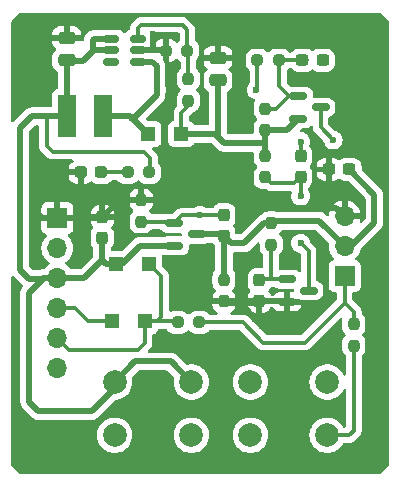
<source format=gtl>
%TF.GenerationSoftware,KiCad,Pcbnew,8.0.0*%
%TF.CreationDate,2024-05-14T19:01:21+09:00*%
%TF.ProjectId,TINY202_PROG.kicad_240514_single_pcb,54494e59-3230-4325-9f50-524f472e6b69,rev?*%
%TF.SameCoordinates,Original*%
%TF.FileFunction,Copper,L1,Top*%
%TF.FilePolarity,Positive*%
%FSLAX46Y46*%
G04 Gerber Fmt 4.6, Leading zero omitted, Abs format (unit mm)*
G04 Created by KiCad (PCBNEW 8.0.0) date 2024-05-14 19:01:21*
%MOMM*%
%LPD*%
G01*
G04 APERTURE LIST*
G04 Aperture macros list*
%AMRoundRect*
0 Rectangle with rounded corners*
0 $1 Rounding radius*
0 $2 $3 $4 $5 $6 $7 $8 $9 X,Y pos of 4 corners*
0 Add a 4 corners polygon primitive as box body*
4,1,4,$2,$3,$4,$5,$6,$7,$8,$9,$2,$3,0*
0 Add four circle primitives for the rounded corners*
1,1,$1+$1,$2,$3*
1,1,$1+$1,$4,$5*
1,1,$1+$1,$6,$7*
1,1,$1+$1,$8,$9*
0 Add four rect primitives between the rounded corners*
20,1,$1+$1,$2,$3,$4,$5,0*
20,1,$1+$1,$4,$5,$6,$7,0*
20,1,$1+$1,$6,$7,$8,$9,0*
20,1,$1+$1,$8,$9,$2,$3,0*%
G04 Aperture macros list end*
%TA.AperFunction,Conductor*%
%ADD10C,0.200000*%
%TD*%
%TA.AperFunction,Conductor*%
%ADD11C,0.300000*%
%TD*%
%TA.AperFunction,SMDPad,CuDef*%
%ADD12RoundRect,0.237500X-0.250000X-0.237500X0.250000X-0.237500X0.250000X0.237500X-0.250000X0.237500X0*%
%TD*%
%TA.AperFunction,ComponentPad*%
%ADD13R,1.700000X1.700000*%
%TD*%
%TA.AperFunction,ComponentPad*%
%ADD14O,1.700000X1.700000*%
%TD*%
%TA.AperFunction,SMDPad,CuDef*%
%ADD15RoundRect,0.237500X-0.237500X0.300000X-0.237500X-0.300000X0.237500X-0.300000X0.237500X0.300000X0*%
%TD*%
%TA.AperFunction,SMDPad,CuDef*%
%ADD16RoundRect,0.150000X0.512500X0.150000X-0.512500X0.150000X-0.512500X-0.150000X0.512500X-0.150000X0*%
%TD*%
%TA.AperFunction,ComponentPad*%
%ADD17C,2.000000*%
%TD*%
%TA.AperFunction,SMDPad,CuDef*%
%ADD18RoundRect,0.250000X0.475000X-0.250000X0.475000X0.250000X-0.475000X0.250000X-0.475000X-0.250000X0*%
%TD*%
%TA.AperFunction,SMDPad,CuDef*%
%ADD19R,1.200000X1.200000*%
%TD*%
%TA.AperFunction,SMDPad,CuDef*%
%ADD20RoundRect,0.237500X0.250000X0.237500X-0.250000X0.237500X-0.250000X-0.237500X0.250000X-0.237500X0*%
%TD*%
%TA.AperFunction,SMDPad,CuDef*%
%ADD21RoundRect,0.237500X-0.287500X-0.237500X0.287500X-0.237500X0.287500X0.237500X-0.287500X0.237500X0*%
%TD*%
%TA.AperFunction,SMDPad,CuDef*%
%ADD22RoundRect,0.150000X-0.587500X-0.150000X0.587500X-0.150000X0.587500X0.150000X-0.587500X0.150000X0*%
%TD*%
%TA.AperFunction,SMDPad,CuDef*%
%ADD23RoundRect,0.237500X-0.237500X0.250000X-0.237500X-0.250000X0.237500X-0.250000X0.237500X0.250000X0*%
%TD*%
%TA.AperFunction,SMDPad,CuDef*%
%ADD24RoundRect,0.237500X0.237500X-0.300000X0.237500X0.300000X-0.237500X0.300000X-0.237500X-0.300000X0*%
%TD*%
%TA.AperFunction,SMDPad,CuDef*%
%ADD25RoundRect,0.237500X-0.300000X-0.237500X0.300000X-0.237500X0.300000X0.237500X-0.300000X0.237500X0*%
%TD*%
%TA.AperFunction,SMDPad,CuDef*%
%ADD26RoundRect,0.237500X0.300000X0.237500X-0.300000X0.237500X-0.300000X-0.237500X0.300000X-0.237500X0*%
%TD*%
%TA.AperFunction,SMDPad,CuDef*%
%ADD27RoundRect,0.237500X0.237500X-0.250000X0.237500X0.250000X-0.237500X0.250000X-0.237500X-0.250000X0*%
%TD*%
%TA.AperFunction,SMDPad,CuDef*%
%ADD28R,1.500000X3.600000*%
%TD*%
%TA.AperFunction,ViaPad*%
%ADD29C,0.600000*%
%TD*%
%TA.AperFunction,Conductor*%
%ADD30C,0.500000*%
%TD*%
G04 APERTURE END LIST*
D10*
%TO.N,Net-(Q4-G)*%
X125500000Y-104500000D02*
X124375000Y-104500000D01*
X125250000Y-107500000D02*
X124000000Y-107500000D01*
%TO.N,Net-(D4-A)*%
X113000000Y-107000000D02*
X112750000Y-107500000D01*
%TO.N,GND*%
X102500000Y-115000000D02*
X102500000Y-114500000D01*
D11*
%TO.N,Net-(Q4-G)*%
X123250000Y-104500000D02*
X125500000Y-104500000D01*
%TD*%
D12*
%TO.P,R4,1*%
%TO.N,Net-(C3-Pad1)*%
X121337500Y-104500000D03*
%TO.P,R4,2*%
%TO.N,Net-(Q4-G)*%
X123162500Y-104500000D03*
%TD*%
D13*
%TO.P,J1,1,Pin_1*%
%TO.N,GND*%
X104400000Y-117875000D03*
D14*
%TO.P,J1,2,Pin_2*%
%TO.N,/DTS*%
X104400000Y-120415000D03*
%TO.P,J1,3,Pin_3*%
%TO.N,+3.3{slash}5V*%
X104400000Y-122955000D03*
%TO.P,J1,4,Pin_4*%
%TO.N,/TX*%
X104400000Y-125495000D03*
%TO.P,J1,5,Pin_5*%
%TO.N,/RX*%
X104400000Y-128035000D03*
%TO.P,J1,6,Pin_6*%
%TO.N,/DTR*%
X104400000Y-130575000D03*
%TD*%
D15*
%TO.P,C3,1*%
%TO.N,Net-(C3-Pad1)*%
X125000000Y-112637500D03*
%TO.P,C3,2*%
%TO.N,Net-(Q2-D)*%
X125000000Y-114362500D03*
%TD*%
D16*
%TO.P,U1,1,SW*%
%TO.N,Net-(D4-A)*%
X111200000Y-104625000D03*
%TO.P,U1,2,GND*%
%TO.N,GND*%
X111200000Y-103675000D03*
%TO.P,U1,3,FB*%
%TO.N,Net-(U1-FB)*%
X111200000Y-102725000D03*
%TO.P,U1,4,EN*%
%TO.N,+3.3{slash}5V*%
X108925000Y-102725000D03*
%TO.P,U1,5,IN*%
X108925000Y-103675000D03*
%TO.P,U1,6,NC*%
%TO.N,unconnected-(U1-NC-Pad6)*%
X108925000Y-104625000D03*
%TD*%
D15*
%TO.P,C1,1*%
%TO.N,Net-(Q2-G)*%
X121500000Y-123137500D03*
%TO.P,C1,2*%
%TO.N,GND*%
X121500000Y-124862500D03*
%TD*%
D17*
%TO.P,SW1,1,1*%
%TO.N,+3.3{slash}5V*%
X109250000Y-131750000D03*
X115750000Y-131750000D03*
%TO.P,SW1,2,2*%
%TO.N,Net-(Q1-G)*%
X109250000Y-136250000D03*
X115750000Y-136250000D03*
%TD*%
D18*
%TO.P,C6,1*%
%TO.N,+3.3{slash}5V*%
X105200000Y-104512500D03*
%TO.P,C6,2*%
%TO.N,GND*%
X105200000Y-102612500D03*
%TD*%
D19*
%TO.P,D3,1,K*%
%TO.N,+3.3{slash}5V*%
X109350000Y-121750000D03*
%TO.P,D3,2,A*%
%TO.N,/RX*%
X112150000Y-121750000D03*
%TD*%
D20*
%TO.P,R1,1*%
%TO.N,/UPDI*%
X116412500Y-126687500D03*
%TO.P,R1,2*%
%TO.N,/RX*%
X114587500Y-126687500D03*
%TD*%
D21*
%TO.P,D5,1,K*%
%TO.N,GND*%
X106375000Y-114000000D03*
%TO.P,D5,2,A*%
%TO.N,Net-(D5-A)*%
X108125000Y-114000000D03*
%TD*%
D22*
%TO.P,Q4,1,G*%
%TO.N,Net-(Q4-G)*%
X124812500Y-107550000D03*
%TO.P,Q4,2,S*%
%TO.N,+12V*%
X124812500Y-109450000D03*
%TO.P,Q4,3,D*%
%TO.N,Net-(Q4-D)*%
X126687500Y-108500000D03*
%TD*%
D23*
%TO.P,R9,1*%
%TO.N,TG_Vdd*%
X118500000Y-123087500D03*
%TO.P,R9,2*%
%TO.N,GND*%
X118500000Y-124912500D03*
%TD*%
D24*
%TO.P,C2,1*%
%TO.N,+3.3{slash}5V*%
X108200000Y-119525000D03*
%TO.P,C2,2*%
%TO.N,GND*%
X108200000Y-117800000D03*
%TD*%
D23*
%TO.P,R7,1*%
%TO.N,Net-(U1-FB)*%
X115500000Y-106087500D03*
%TO.P,R7,2*%
%TO.N,+12V*%
X115500000Y-107912500D03*
%TD*%
%TO.P,R10,1*%
%TO.N,+12V*%
X122000000Y-112587500D03*
%TO.P,R10,2*%
%TO.N,Net-(Q2-D)*%
X122000000Y-114412500D03*
%TD*%
D25*
%TO.P,C8,1*%
%TO.N,Net-(Q4-G)*%
X125137500Y-104500000D03*
%TO.P,C8,2*%
%TO.N,Net-(Q4-D)*%
X126862500Y-104500000D03*
%TD*%
D26*
%TO.P,C5,1*%
%TO.N,TG_Vdd*%
X129112500Y-113750000D03*
%TO.P,C5,2*%
%TO.N,GND*%
X127387500Y-113750000D03*
%TD*%
D22*
%TO.P,Q2,1,G*%
%TO.N,Net-(Q2-G)*%
X123812500Y-123050000D03*
%TO.P,Q2,2,S*%
%TO.N,GND*%
X123812500Y-124950000D03*
%TO.P,Q2,3,D*%
%TO.N,Net-(Q2-D)*%
X125687500Y-124000000D03*
%TD*%
D27*
%TO.P,R2,1*%
%TO.N,+12V*%
X122000000Y-110412500D03*
%TO.P,R2,2*%
%TO.N,Net-(Q4-G)*%
X122000000Y-108587500D03*
%TD*%
D12*
%TO.P,R11,1*%
%TO.N,Net-(D5-A)*%
X110337500Y-114000000D03*
%TO.P,R11,2*%
%TO.N,+3.3{slash}5V*%
X112162500Y-114000000D03*
%TD*%
%TO.P,R8,1*%
%TO.N,GND*%
X113587500Y-103687500D03*
%TO.P,R8,2*%
%TO.N,Net-(U1-FB)*%
X115412500Y-103687500D03*
%TD*%
D18*
%TO.P,C7,1*%
%TO.N,+12V*%
X118000000Y-106200000D03*
%TO.P,C7,2*%
%TO.N,GND*%
X118000000Y-104300000D03*
%TD*%
D19*
%TO.P,D1,1,K*%
%TO.N,/TX*%
X109000000Y-126600000D03*
%TO.P,D1,2,A*%
%TO.N,/RX*%
X111800000Y-126600000D03*
%TD*%
D28*
%TO.P,L1,1*%
%TO.N,+3.3{slash}5V*%
X105225000Y-109250000D03*
%TO.P,L1,2*%
%TO.N,Net-(D4-A)*%
X108275000Y-109250000D03*
%TD*%
D23*
%TO.P,R3,1*%
%TO.N,GND*%
X111500000Y-116337500D03*
%TO.P,R3,2*%
%TO.N,Net-(Q1-G)*%
X111500000Y-118162500D03*
%TD*%
%TO.P,R5,1*%
%TO.N,TG_Vdd*%
X122500000Y-118287500D03*
%TO.P,R5,2*%
%TO.N,Net-(Q2-G)*%
X122500000Y-120112500D03*
%TD*%
%TO.P,R6,1*%
%TO.N,/UPDI*%
X129500000Y-126837500D03*
%TO.P,R6,2*%
%TO.N,Net-(R6-Pad2)*%
X129500000Y-128662500D03*
%TD*%
D24*
%TO.P,C4,1*%
%TO.N,TG_Vdd*%
X118500000Y-119362500D03*
%TO.P,C4,2*%
%TO.N,Net-(Q1-G)*%
X118500000Y-117637500D03*
%TD*%
D19*
%TO.P,D4,1,K*%
%TO.N,+12V*%
X114900000Y-110750000D03*
%TO.P,D4,2,A*%
%TO.N,Net-(D4-A)*%
X112100000Y-110750000D03*
%TD*%
D22*
%TO.P,Q1,1,G*%
%TO.N,Net-(Q1-G)*%
X114312500Y-118300000D03*
%TO.P,Q1,2,S*%
%TO.N,+3.3{slash}5V*%
X114312500Y-120200000D03*
%TO.P,Q1,3,D*%
%TO.N,TG_Vdd*%
X116187500Y-119250000D03*
%TD*%
D13*
%TO.P,J3,1,Pin_1*%
%TO.N,/UPDI*%
X128725000Y-122775000D03*
D14*
%TO.P,J3,2,Pin_2*%
%TO.N,TG_Vdd*%
X128725000Y-120235000D03*
%TO.P,J3,3,Pin_3*%
%TO.N,GND*%
X128725000Y-117695000D03*
%TD*%
D17*
%TO.P,SW2,1,1*%
%TO.N,Net-(Q4-D)*%
X120750000Y-131750000D03*
X127250000Y-131750000D03*
%TO.P,SW2,2,2*%
%TO.N,Net-(R6-Pad2)*%
X120750000Y-136250000D03*
X127250000Y-136250000D03*
%TD*%
D29*
%TO.N,GND*%
X119750000Y-109800000D03*
X102250000Y-105000000D03*
X102500000Y-111750000D03*
X121125000Y-126375000D03*
X120100000Y-115600000D03*
X112500000Y-102250000D03*
X102500000Y-113750000D03*
X112500000Y-103675000D03*
X107000000Y-101250000D03*
X102500000Y-110750000D03*
X121750000Y-127000000D03*
X121125000Y-116625000D03*
X119750000Y-104000000D03*
X117600000Y-115600000D03*
%TO.N,Net-(C3-Pad1)*%
X121250000Y-107000000D03*
X125000000Y-111400000D03*
%TO.N,Net-(Q2-D)*%
X125000000Y-120000000D03*
X125000000Y-116000000D03*
%TO.N,Net-(Q1-G)*%
X116500000Y-117637500D03*
%TO.N,Net-(Q4-D)*%
X127750000Y-111250000D03*
%TD*%
D30*
%TO.N,GND*%
X112500000Y-103675000D02*
X112500000Y-102250000D01*
X127500000Y-117000000D02*
X121500000Y-117000000D01*
X102250000Y-103000000D02*
X102637500Y-102612500D01*
X102637500Y-102612500D02*
X105200000Y-102612500D01*
X103125000Y-117875000D02*
X104400000Y-117875000D01*
X120250000Y-125500000D02*
X121750000Y-127000000D01*
X120250000Y-125025000D02*
X120250000Y-125500000D01*
X105200000Y-101550000D02*
X105500000Y-101250000D01*
X119750000Y-104550000D02*
X119750000Y-104000000D01*
X110200000Y-116400000D02*
X110262500Y-116337500D01*
X127500000Y-116500000D02*
X127500000Y-117000000D01*
X108125000Y-117875000D02*
X108200000Y-117800000D01*
X118612500Y-125025000D02*
X120250000Y-125025000D01*
X114600000Y-115600000D02*
X117600000Y-115600000D01*
X127500000Y-117000000D02*
X128030000Y-117000000D01*
X102500000Y-113750000D02*
X102500000Y-117250000D01*
X128030000Y-117000000D02*
X128725000Y-117695000D01*
X118500000Y-124912500D02*
X118612500Y-125025000D01*
D11*
X102500000Y-113750000D02*
X102750000Y-114000000D01*
D30*
X121500000Y-117000000D02*
X120100000Y-115600000D01*
X120250000Y-125025000D02*
X121400000Y-125025000D01*
X102250000Y-105000000D02*
X102250000Y-103000000D01*
X104400000Y-117875000D02*
X108125000Y-117875000D01*
X119750000Y-109800000D02*
X119750000Y-104550000D01*
X110262500Y-116337500D02*
X111500000Y-116337500D01*
X113862500Y-116337500D02*
X114600000Y-115600000D01*
X102500000Y-117250000D02*
X103125000Y-117875000D01*
X127387500Y-116387500D02*
X127500000Y-116500000D01*
X127387500Y-113750000D02*
X127387500Y-116387500D01*
X111500000Y-116337500D02*
X113862500Y-116337500D01*
X121500000Y-124925000D02*
X123787500Y-124925000D01*
X111200000Y-103675000D02*
X113575000Y-103675000D01*
X113575000Y-103675000D02*
X113587500Y-103687500D01*
X109600000Y-116400000D02*
X110200000Y-116400000D01*
X123787500Y-124925000D02*
X123812500Y-124950000D01*
X117600000Y-115600000D02*
X120100000Y-115600000D01*
X121400000Y-125025000D02*
X121500000Y-124925000D01*
X105500000Y-101250000D02*
X107000000Y-101250000D01*
X102500000Y-113750000D02*
X102500000Y-110750000D01*
D11*
X102750000Y-114000000D02*
X106375000Y-114000000D01*
D30*
X105200000Y-102612500D02*
X105200000Y-101550000D01*
X108200000Y-117800000D02*
X109600000Y-116400000D01*
D11*
%TO.N,Net-(Q2-G)*%
X122500000Y-120112500D02*
X122500000Y-123050000D01*
X121650000Y-123050000D02*
X121500000Y-123200000D01*
X123812500Y-123050000D02*
X121650000Y-123050000D01*
D30*
%TO.N,+3.3{slash}5V*%
X111000000Y-130000000D02*
X112750000Y-130000000D01*
D11*
X111750000Y-112250000D02*
X112250000Y-112750000D01*
X104000000Y-112250000D02*
X111750000Y-112250000D01*
D30*
X102000000Y-123000000D02*
X103110000Y-123000000D01*
X108200000Y-121400000D02*
X106645000Y-122955000D01*
D11*
X103500000Y-111750000D02*
X104000000Y-112250000D01*
D30*
X108925000Y-102725000D02*
X107475000Y-102725000D01*
X102000000Y-133400000D02*
X102800000Y-134200000D01*
X108550000Y-121750000D02*
X109350000Y-121750000D01*
X103155000Y-122955000D02*
X104400000Y-122955000D01*
X102000000Y-124200000D02*
X102000000Y-133400000D01*
X101250000Y-122250000D02*
X102000000Y-123000000D01*
X103110000Y-123000000D02*
X103155000Y-122955000D01*
X106550000Y-104600000D02*
X105200000Y-104600000D01*
X105225000Y-109250000D02*
X103500000Y-109250000D01*
X105225000Y-106075000D02*
X105225000Y-109250000D01*
X107400000Y-102800000D02*
X107400000Y-103600000D01*
X108200000Y-121400000D02*
X108550000Y-121750000D01*
X107475000Y-103675000D02*
X108925000Y-103675000D01*
X101250000Y-110250000D02*
X101250000Y-122250000D01*
X111400000Y-120200000D02*
X114312500Y-120200000D01*
X103155000Y-122955000D02*
X103155000Y-123045000D01*
X109350000Y-121750000D02*
X109850000Y-121750000D01*
X107475000Y-102725000D02*
X107400000Y-102800000D01*
X107475000Y-103675000D02*
X106550000Y-104600000D01*
X103155000Y-123045000D02*
X102000000Y-124200000D01*
X105200000Y-106050000D02*
X105225000Y-106075000D01*
X109250000Y-131750000D02*
X111000000Y-130000000D01*
X102800000Y-134200000D02*
X107300000Y-134200000D01*
X103500000Y-109250000D02*
X102250000Y-109250000D01*
X108200000Y-119525000D02*
X108200000Y-121400000D01*
D11*
X112250000Y-113912500D02*
X112162500Y-114000000D01*
D30*
X109250000Y-132250000D02*
X109250000Y-131750000D01*
X106645000Y-122955000D02*
X104400000Y-122955000D01*
X102250000Y-109250000D02*
X101250000Y-110250000D01*
X114000000Y-130000000D02*
X115750000Y-131750000D01*
X107300000Y-134200000D02*
X109250000Y-132250000D01*
D11*
X112250000Y-112750000D02*
X112250000Y-113912500D01*
D30*
X112750000Y-130000000D02*
X114000000Y-130000000D01*
X105200000Y-104600000D02*
X105200000Y-106050000D01*
X107400000Y-103600000D02*
X107475000Y-103675000D01*
D11*
X103500000Y-109250000D02*
X103500000Y-111750000D01*
D30*
X109850000Y-121750000D02*
X111400000Y-120200000D01*
D11*
%TO.N,Net-(C3-Pad1)*%
X125000000Y-111400000D02*
X125000000Y-112637500D01*
X121250000Y-107000000D02*
X121337500Y-106912500D01*
X121337500Y-106912500D02*
X121337500Y-104500000D01*
%TO.N,Net-(Q2-D)*%
X122500000Y-114912500D02*
X124450000Y-114912500D01*
X125000000Y-116000000D02*
X125000000Y-114362500D01*
X125000000Y-120000000D02*
X125687500Y-120687500D01*
X125687500Y-120687500D02*
X125687500Y-124000000D01*
X122000000Y-114412500D02*
X122500000Y-114912500D01*
X124450000Y-114912500D02*
X125000000Y-114362500D01*
%TO.N,Net-(Q1-G)*%
X111500000Y-118162500D02*
X114175000Y-118162500D01*
X118500000Y-117637500D02*
X114975000Y-117637500D01*
X114975000Y-117637500D02*
X114312500Y-118300000D01*
X114175000Y-118162500D02*
X114312500Y-118300000D01*
D30*
%TO.N,TG_Vdd*%
X118250000Y-119250000D02*
X118362500Y-119362500D01*
X122500000Y-118287500D02*
X121912500Y-118287500D01*
X116187500Y-119250000D02*
X118250000Y-119250000D01*
X119137500Y-120000000D02*
X118500000Y-119362500D01*
X118500000Y-119362500D02*
X118500000Y-123087500D01*
X120200000Y-120000000D02*
X119137500Y-120000000D01*
X121912500Y-118287500D02*
X120200000Y-120000000D01*
X122700000Y-118087500D02*
X126577500Y-118087500D01*
X118362500Y-119362500D02*
X118500000Y-119362500D01*
X128725000Y-120235000D02*
X129265000Y-120235000D01*
X122500000Y-118287500D02*
X122700000Y-118087500D01*
X129112500Y-113750000D02*
X131250000Y-115887500D01*
X131250000Y-115887500D02*
X131250000Y-118250000D01*
X129265000Y-120235000D02*
X131250000Y-118250000D01*
X126577500Y-118087500D02*
X128725000Y-120235000D01*
%TO.N,+12V*%
X118000000Y-106537500D02*
X118000000Y-111000000D01*
X121912500Y-112500000D02*
X122000000Y-112587500D01*
X117750000Y-106287500D02*
X118000000Y-106537500D01*
D11*
X115500000Y-108375000D02*
X114900000Y-108975000D01*
D30*
X121900000Y-112500000D02*
X121912500Y-112500000D01*
X122000000Y-111500000D02*
X118500000Y-111500000D01*
X122000000Y-110412500D02*
X122000000Y-111500000D01*
D11*
X115500000Y-107912500D02*
X115500000Y-108375000D01*
D30*
X122000000Y-111500000D02*
X122000000Y-112587500D01*
X117750000Y-110750000D02*
X114900000Y-110750000D01*
X118500000Y-111500000D02*
X117750000Y-110750000D01*
D11*
X114900000Y-108975000D02*
X114900000Y-110750000D01*
D30*
X123850000Y-110412500D02*
X122000000Y-110412500D01*
X124812500Y-109450000D02*
X123850000Y-110412500D01*
D11*
%TO.N,Net-(Q4-D)*%
X126687500Y-110187500D02*
X126687500Y-108500000D01*
X127750000Y-111250000D02*
X126687500Y-110187500D01*
%TO.N,Net-(Q4-G)*%
X122000000Y-108587500D02*
X122912500Y-108587500D01*
X125312500Y-107687500D02*
X124950000Y-107687500D01*
X124000000Y-107500000D02*
X123162500Y-106662500D01*
X124950000Y-107687500D02*
X124812500Y-107550000D01*
X123162500Y-106662500D02*
X123162500Y-104500000D01*
X122912500Y-108587500D02*
X124000000Y-107500000D01*
%TO.N,/RX*%
X114500000Y-126600000D02*
X114587500Y-126687500D01*
X112800000Y-126600000D02*
X114500000Y-126600000D01*
X112150000Y-121750000D02*
X113200000Y-122800000D01*
X111800000Y-128400000D02*
X111800000Y-126600000D01*
X104400000Y-128035000D02*
X105365000Y-129000000D01*
X105365000Y-129000000D02*
X111200000Y-129000000D01*
X111800000Y-126600000D02*
X112800000Y-126600000D01*
X113200000Y-126200000D02*
X112800000Y-126600000D01*
X111200000Y-129000000D02*
X111800000Y-128400000D01*
X113200000Y-122800000D02*
X113200000Y-126200000D01*
%TO.N,/TX*%
X105895000Y-125495000D02*
X107000000Y-126600000D01*
X104400000Y-125495000D02*
X105895000Y-125495000D01*
X107000000Y-126600000D02*
X109000000Y-126600000D01*
D30*
%TO.N,Net-(D4-A)*%
X112425000Y-104625000D02*
X112800000Y-105000000D01*
X111200000Y-104625000D02*
X112425000Y-104625000D01*
X108275000Y-109250000D02*
X110550000Y-109250000D01*
X110750000Y-109450000D02*
X110800000Y-109450000D01*
X110800000Y-109450000D02*
X112100000Y-110750000D01*
X112800000Y-107450000D02*
X110800000Y-109450000D01*
X110550000Y-109250000D02*
X110750000Y-109450000D01*
X112800000Y-105000000D02*
X112800000Y-107450000D01*
D11*
%TO.N,/UPDI*%
X116412500Y-126687500D02*
X120087500Y-126687500D01*
X125350000Y-128400000D02*
X128725000Y-125025000D01*
X120087500Y-126687500D02*
X121800000Y-128400000D01*
X129500000Y-126837500D02*
X129500000Y-125800000D01*
X129500000Y-125800000D02*
X128725000Y-125025000D01*
X121800000Y-128400000D02*
X125350000Y-128400000D01*
X128725000Y-125025000D02*
X128725000Y-122775000D01*
%TO.N,Net-(R6-Pad2)*%
X129100000Y-136250000D02*
X127250000Y-136250000D01*
X129500000Y-135850000D02*
X129100000Y-136250000D01*
X129500000Y-128662500D02*
X129500000Y-135850000D01*
%TO.N,Net-(U1-FB)*%
X111200000Y-102725000D02*
X111200000Y-101800000D01*
X115000000Y-101500000D02*
X115412500Y-101912500D01*
X111500000Y-101500000D02*
X115000000Y-101500000D01*
X115500000Y-103775000D02*
X115412500Y-103687500D01*
X111200000Y-101800000D02*
X111500000Y-101500000D01*
X115412500Y-101912500D02*
X115412500Y-103687500D01*
X115500000Y-106087500D02*
X115500000Y-103775000D01*
%TO.N,Net-(D5-A)*%
X110337500Y-114000000D02*
X108125000Y-114000000D01*
%TD*%
%TA.AperFunction,Conductor*%
%TO.N,GND*%
G36*
X131808363Y-100520185D02*
G01*
X131829005Y-100536819D01*
X132463181Y-101170995D01*
X132496666Y-101232318D01*
X132499500Y-101258676D01*
X132499500Y-138741324D01*
X132479815Y-138808363D01*
X132463181Y-138829005D01*
X131829005Y-139463181D01*
X131767682Y-139496666D01*
X131741324Y-139499500D01*
X101258676Y-139499500D01*
X101191637Y-139479815D01*
X101170995Y-139463181D01*
X100536819Y-138829005D01*
X100503334Y-138767682D01*
X100500500Y-138741324D01*
X100500500Y-136250005D01*
X107744357Y-136250005D01*
X107764890Y-136497812D01*
X107764892Y-136497824D01*
X107825936Y-136738881D01*
X107925826Y-136966606D01*
X108061833Y-137174782D01*
X108061836Y-137174785D01*
X108230256Y-137357738D01*
X108426491Y-137510474D01*
X108645190Y-137628828D01*
X108880386Y-137709571D01*
X109125665Y-137750500D01*
X109374335Y-137750500D01*
X109619614Y-137709571D01*
X109854810Y-137628828D01*
X110073509Y-137510474D01*
X110269744Y-137357738D01*
X110438164Y-137174785D01*
X110574173Y-136966607D01*
X110674063Y-136738881D01*
X110735108Y-136497821D01*
X110754427Y-136264675D01*
X110755643Y-136250005D01*
X114244357Y-136250005D01*
X114264890Y-136497812D01*
X114264892Y-136497824D01*
X114325936Y-136738881D01*
X114425826Y-136966606D01*
X114561833Y-137174782D01*
X114561836Y-137174785D01*
X114730256Y-137357738D01*
X114926491Y-137510474D01*
X115145190Y-137628828D01*
X115380386Y-137709571D01*
X115625665Y-137750500D01*
X115874335Y-137750500D01*
X116119614Y-137709571D01*
X116354810Y-137628828D01*
X116573509Y-137510474D01*
X116769744Y-137357738D01*
X116938164Y-137174785D01*
X117074173Y-136966607D01*
X117174063Y-136738881D01*
X117235108Y-136497821D01*
X117254427Y-136264675D01*
X117255643Y-136250005D01*
X119244357Y-136250005D01*
X119264890Y-136497812D01*
X119264892Y-136497824D01*
X119325936Y-136738881D01*
X119425826Y-136966606D01*
X119561833Y-137174782D01*
X119561836Y-137174785D01*
X119730256Y-137357738D01*
X119926491Y-137510474D01*
X120145190Y-137628828D01*
X120380386Y-137709571D01*
X120625665Y-137750500D01*
X120874335Y-137750500D01*
X121119614Y-137709571D01*
X121354810Y-137628828D01*
X121573509Y-137510474D01*
X121769744Y-137357738D01*
X121938164Y-137174785D01*
X122074173Y-136966607D01*
X122174063Y-136738881D01*
X122235108Y-136497821D01*
X122254427Y-136264675D01*
X122255643Y-136250005D01*
X122255643Y-136249994D01*
X122235109Y-136002187D01*
X122235107Y-136002178D01*
X122212796Y-135914070D01*
X122174063Y-135761118D01*
X122074173Y-135533393D01*
X121938166Y-135325217D01*
X121916557Y-135301744D01*
X121769744Y-135142262D01*
X121573509Y-134989526D01*
X121573507Y-134989525D01*
X121573506Y-134989524D01*
X121354811Y-134871172D01*
X121354802Y-134871169D01*
X121119616Y-134790429D01*
X120874335Y-134749500D01*
X120625665Y-134749500D01*
X120380383Y-134790429D01*
X120145197Y-134871169D01*
X120145188Y-134871172D01*
X119926493Y-134989524D01*
X119730257Y-135142261D01*
X119561833Y-135325217D01*
X119425826Y-135533393D01*
X119325936Y-135761118D01*
X119264892Y-136002175D01*
X119264890Y-136002187D01*
X119244357Y-136249994D01*
X119244357Y-136250005D01*
X117255643Y-136250005D01*
X117255643Y-136249994D01*
X117235109Y-136002187D01*
X117235107Y-136002178D01*
X117212796Y-135914070D01*
X117174063Y-135761118D01*
X117074173Y-135533393D01*
X116938166Y-135325217D01*
X116916557Y-135301744D01*
X116769744Y-135142262D01*
X116573509Y-134989526D01*
X116573507Y-134989525D01*
X116573506Y-134989524D01*
X116354811Y-134871172D01*
X116354802Y-134871169D01*
X116119616Y-134790429D01*
X115874335Y-134749500D01*
X115625665Y-134749500D01*
X115380383Y-134790429D01*
X115145197Y-134871169D01*
X115145188Y-134871172D01*
X114926493Y-134989524D01*
X114730257Y-135142261D01*
X114561833Y-135325217D01*
X114425826Y-135533393D01*
X114325936Y-135761118D01*
X114264892Y-136002175D01*
X114264890Y-136002187D01*
X114244357Y-136249994D01*
X114244357Y-136250005D01*
X110755643Y-136250005D01*
X110755643Y-136249994D01*
X110735109Y-136002187D01*
X110735107Y-136002178D01*
X110712796Y-135914070D01*
X110674063Y-135761118D01*
X110574173Y-135533393D01*
X110438166Y-135325217D01*
X110416557Y-135301744D01*
X110269744Y-135142262D01*
X110073509Y-134989526D01*
X110073507Y-134989525D01*
X110073506Y-134989524D01*
X109854811Y-134871172D01*
X109854802Y-134871169D01*
X109619616Y-134790429D01*
X109374335Y-134749500D01*
X109125665Y-134749500D01*
X108880383Y-134790429D01*
X108645197Y-134871169D01*
X108645188Y-134871172D01*
X108426493Y-134989524D01*
X108230257Y-135142261D01*
X108061833Y-135325217D01*
X107925826Y-135533393D01*
X107825936Y-135761118D01*
X107764892Y-136002175D01*
X107764890Y-136002187D01*
X107744357Y-136249994D01*
X107744357Y-136250005D01*
X100500500Y-136250005D01*
X100500500Y-122861230D01*
X100520185Y-122794191D01*
X100572989Y-122748436D01*
X100642147Y-122738492D01*
X100705703Y-122767517D01*
X100712181Y-122773549D01*
X101450950Y-123512318D01*
X101484435Y-123573641D01*
X101479451Y-123643333D01*
X101450953Y-123687678D01*
X101417047Y-123721585D01*
X101367812Y-123795271D01*
X101334921Y-123844496D01*
X101334914Y-123844508D01*
X101278342Y-123981086D01*
X101278340Y-123981092D01*
X101249500Y-124126079D01*
X101249500Y-124126082D01*
X101249500Y-133473918D01*
X101249500Y-133473920D01*
X101249499Y-133473920D01*
X101278340Y-133618907D01*
X101278343Y-133618917D01*
X101334914Y-133755492D01*
X101367812Y-133804727D01*
X101367813Y-133804730D01*
X101417046Y-133878414D01*
X101417052Y-133878421D01*
X102321584Y-134782952D01*
X102321586Y-134782954D01*
X102332774Y-134790429D01*
X102395270Y-134832186D01*
X102444505Y-134865084D01*
X102444506Y-134865084D01*
X102444507Y-134865085D01*
X102444509Y-134865086D01*
X102581082Y-134921656D01*
X102581087Y-134921658D01*
X102581091Y-134921658D01*
X102581092Y-134921659D01*
X102726079Y-134950500D01*
X102726082Y-134950500D01*
X107373920Y-134950500D01*
X107471462Y-134931096D01*
X107518913Y-134921658D01*
X107655495Y-134865084D01*
X107704729Y-134832186D01*
X107704734Y-134832183D01*
X107767225Y-134790429D01*
X107778416Y-134782952D01*
X109274548Y-133286818D01*
X109335871Y-133253334D01*
X109362229Y-133250500D01*
X109374335Y-133250500D01*
X109619614Y-133209571D01*
X109854810Y-133128828D01*
X110073509Y-133010474D01*
X110269744Y-132857738D01*
X110438164Y-132674785D01*
X110574173Y-132466607D01*
X110674063Y-132238881D01*
X110735108Y-131997821D01*
X110755643Y-131750000D01*
X110755563Y-131749035D01*
X110735109Y-131502187D01*
X110735106Y-131502170D01*
X110716857Y-131430109D01*
X110719481Y-131360288D01*
X110749381Y-131311986D01*
X111274549Y-130786819D01*
X111335872Y-130753334D01*
X111362230Y-130750500D01*
X112676082Y-130750500D01*
X113637770Y-130750500D01*
X113704809Y-130770185D01*
X113725451Y-130786819D01*
X114250618Y-131311986D01*
X114284103Y-131373309D01*
X114283143Y-131430107D01*
X114264891Y-131502182D01*
X114244357Y-131749994D01*
X114244357Y-131750005D01*
X114264890Y-131997812D01*
X114264892Y-131997824D01*
X114325936Y-132238881D01*
X114425826Y-132466606D01*
X114561833Y-132674782D01*
X114561836Y-132674785D01*
X114730256Y-132857738D01*
X114926491Y-133010474D01*
X115145190Y-133128828D01*
X115380386Y-133209571D01*
X115625665Y-133250500D01*
X115874335Y-133250500D01*
X116119614Y-133209571D01*
X116354810Y-133128828D01*
X116573509Y-133010474D01*
X116769744Y-132857738D01*
X116938164Y-132674785D01*
X117074173Y-132466607D01*
X117174063Y-132238881D01*
X117235108Y-131997821D01*
X117255643Y-131750005D01*
X119244357Y-131750005D01*
X119264890Y-131997812D01*
X119264892Y-131997824D01*
X119325936Y-132238881D01*
X119425826Y-132466606D01*
X119561833Y-132674782D01*
X119561836Y-132674785D01*
X119730256Y-132857738D01*
X119926491Y-133010474D01*
X120145190Y-133128828D01*
X120380386Y-133209571D01*
X120625665Y-133250500D01*
X120874335Y-133250500D01*
X121119614Y-133209571D01*
X121354810Y-133128828D01*
X121573509Y-133010474D01*
X121769744Y-132857738D01*
X121938164Y-132674785D01*
X122074173Y-132466607D01*
X122174063Y-132238881D01*
X122235108Y-131997821D01*
X122255643Y-131750000D01*
X122255563Y-131749035D01*
X122235109Y-131502187D01*
X122235107Y-131502175D01*
X122174063Y-131261118D01*
X122074173Y-131033393D01*
X121938166Y-130825217D01*
X121869384Y-130750500D01*
X121769744Y-130642262D01*
X121573509Y-130489526D01*
X121573507Y-130489525D01*
X121573506Y-130489524D01*
X121354811Y-130371172D01*
X121354802Y-130371169D01*
X121119616Y-130290429D01*
X120874335Y-130249500D01*
X120625665Y-130249500D01*
X120380383Y-130290429D01*
X120145197Y-130371169D01*
X120145188Y-130371172D01*
X119926493Y-130489524D01*
X119730257Y-130642261D01*
X119561833Y-130825217D01*
X119425826Y-131033393D01*
X119325936Y-131261118D01*
X119264892Y-131502175D01*
X119264890Y-131502187D01*
X119244357Y-131749994D01*
X119244357Y-131750005D01*
X117255643Y-131750005D01*
X117255643Y-131750000D01*
X117255563Y-131749035D01*
X117235109Y-131502187D01*
X117235107Y-131502175D01*
X117174063Y-131261118D01*
X117074173Y-131033393D01*
X116938166Y-130825217D01*
X116869384Y-130750500D01*
X116769744Y-130642262D01*
X116573509Y-130489526D01*
X116573507Y-130489525D01*
X116573506Y-130489524D01*
X116354811Y-130371172D01*
X116354802Y-130371169D01*
X116119616Y-130290429D01*
X115874335Y-130249500D01*
X115625665Y-130249500D01*
X115418841Y-130284011D01*
X115349476Y-130275629D01*
X115310751Y-130249383D01*
X114478421Y-129417052D01*
X114478414Y-129417046D01*
X114404729Y-129367812D01*
X114404729Y-129367813D01*
X114355491Y-129334913D01*
X114218917Y-129278343D01*
X114218907Y-129278340D01*
X114073920Y-129249500D01*
X114073918Y-129249500D01*
X112823918Y-129249500D01*
X112169808Y-129249500D01*
X112102769Y-129229815D01*
X112057014Y-129177011D01*
X112047070Y-129107853D01*
X112076095Y-129044297D01*
X112082127Y-129037819D01*
X112305273Y-128814672D01*
X112305272Y-128814672D01*
X112305276Y-128814669D01*
X112376465Y-128708127D01*
X112425501Y-128589744D01*
X112426379Y-128585331D01*
X112443619Y-128498664D01*
X112450500Y-128464071D01*
X112450500Y-127801439D01*
X112470185Y-127734400D01*
X112522989Y-127688645D01*
X112531168Y-127685257D01*
X112642326Y-127643798D01*
X112642326Y-127643797D01*
X112642331Y-127643796D01*
X112757546Y-127557546D01*
X112843796Y-127442331D01*
X112859020Y-127401513D01*
X112885258Y-127331167D01*
X112927129Y-127275233D01*
X112992593Y-127250816D01*
X113001440Y-127250500D01*
X113601968Y-127250500D01*
X113669007Y-127270185D01*
X113707506Y-127309403D01*
X113754657Y-127385846D01*
X113754660Y-127385850D01*
X113876650Y-127507840D01*
X114023484Y-127598408D01*
X114187247Y-127652674D01*
X114288323Y-127663000D01*
X114886676Y-127662999D01*
X114886684Y-127662998D01*
X114886687Y-127662998D01*
X114942030Y-127657344D01*
X114987753Y-127652674D01*
X115151516Y-127598408D01*
X115298350Y-127507840D01*
X115412319Y-127393871D01*
X115473642Y-127360386D01*
X115543334Y-127365370D01*
X115587681Y-127393871D01*
X115701650Y-127507840D01*
X115848484Y-127598408D01*
X116012247Y-127652674D01*
X116113323Y-127663000D01*
X116711676Y-127662999D01*
X116711684Y-127662998D01*
X116711687Y-127662998D01*
X116767030Y-127657344D01*
X116812753Y-127652674D01*
X116976516Y-127598408D01*
X117123350Y-127507840D01*
X117245340Y-127385850D01*
X117245341Y-127385847D01*
X117245344Y-127385845D01*
X117245945Y-127385086D01*
X117246489Y-127384700D01*
X117250447Y-127380743D01*
X117251123Y-127381419D01*
X117302968Y-127344711D01*
X117343208Y-127338000D01*
X119766692Y-127338000D01*
X119833731Y-127357685D01*
X119854373Y-127374319D01*
X121385325Y-128905272D01*
X121385332Y-128905278D01*
X121469740Y-128961677D01*
X121469741Y-128961677D01*
X121491873Y-128976465D01*
X121610256Y-129025501D01*
X121610260Y-129025501D01*
X121610261Y-129025502D01*
X121735928Y-129050500D01*
X121735931Y-129050500D01*
X125414071Y-129050500D01*
X125498615Y-129033682D01*
X125539744Y-129025501D01*
X125658127Y-128976465D01*
X125680259Y-128961677D01*
X125764669Y-128905277D01*
X128322742Y-126347203D01*
X128384063Y-126313720D01*
X128453755Y-126318704D01*
X128509688Y-126360576D01*
X128534105Y-126426040D01*
X128533779Y-126447488D01*
X128524500Y-126538313D01*
X128524500Y-127136669D01*
X128524501Y-127136687D01*
X128534825Y-127237752D01*
X128568045Y-127338000D01*
X128583899Y-127385846D01*
X128589092Y-127401515D01*
X128589093Y-127401518D01*
X128679661Y-127548351D01*
X128793629Y-127662319D01*
X128827114Y-127723642D01*
X128822130Y-127793334D01*
X128793629Y-127837681D01*
X128679661Y-127951648D01*
X128589093Y-128098481D01*
X128589092Y-128098484D01*
X128534826Y-128262247D01*
X128534826Y-128262248D01*
X128534825Y-128262248D01*
X128524500Y-128363315D01*
X128524500Y-128961669D01*
X128524501Y-128961677D01*
X128534825Y-129062752D01*
X128571109Y-129172249D01*
X128589092Y-129226516D01*
X128679660Y-129373350D01*
X128801650Y-129495340D01*
X128801656Y-129495343D01*
X128802405Y-129495936D01*
X128802790Y-129496480D01*
X128806757Y-129500447D01*
X128806079Y-129501124D01*
X128842785Y-129552956D01*
X128849500Y-129593207D01*
X128849500Y-131069691D01*
X128829815Y-131136730D01*
X128777011Y-131182485D01*
X128707853Y-131192429D01*
X128644297Y-131163404D01*
X128611944Y-131119501D01*
X128574173Y-131033393D01*
X128438166Y-130825217D01*
X128369384Y-130750500D01*
X128269744Y-130642262D01*
X128073509Y-130489526D01*
X128073507Y-130489525D01*
X128073506Y-130489524D01*
X127854811Y-130371172D01*
X127854802Y-130371169D01*
X127619616Y-130290429D01*
X127374335Y-130249500D01*
X127125665Y-130249500D01*
X126880383Y-130290429D01*
X126645197Y-130371169D01*
X126645188Y-130371172D01*
X126426493Y-130489524D01*
X126230257Y-130642261D01*
X126061833Y-130825217D01*
X125925826Y-131033393D01*
X125825936Y-131261118D01*
X125764892Y-131502175D01*
X125764890Y-131502187D01*
X125744357Y-131749994D01*
X125744357Y-131750005D01*
X125764890Y-131997812D01*
X125764892Y-131997824D01*
X125825936Y-132238881D01*
X125925826Y-132466606D01*
X126061833Y-132674782D01*
X126061836Y-132674785D01*
X126230256Y-132857738D01*
X126426491Y-133010474D01*
X126645190Y-133128828D01*
X126880386Y-133209571D01*
X127125665Y-133250500D01*
X127374335Y-133250500D01*
X127619614Y-133209571D01*
X127854810Y-133128828D01*
X128073509Y-133010474D01*
X128269744Y-132857738D01*
X128438164Y-132674785D01*
X128574173Y-132466607D01*
X128611944Y-132380498D01*
X128656900Y-132327012D01*
X128723636Y-132306322D01*
X128790964Y-132324997D01*
X128837507Y-132377107D01*
X128849500Y-132430308D01*
X128849500Y-135475500D01*
X128829815Y-135542539D01*
X128777011Y-135588294D01*
X128725500Y-135599500D01*
X128683837Y-135599500D01*
X128616798Y-135579815D01*
X128577438Y-135537384D01*
X128576978Y-135537686D01*
X128575214Y-135534987D01*
X128574786Y-135534525D01*
X128574173Y-135533393D01*
X128438166Y-135325217D01*
X128416557Y-135301744D01*
X128269744Y-135142262D01*
X128073509Y-134989526D01*
X128073507Y-134989525D01*
X128073506Y-134989524D01*
X127854811Y-134871172D01*
X127854802Y-134871169D01*
X127619616Y-134790429D01*
X127374335Y-134749500D01*
X127125665Y-134749500D01*
X126880383Y-134790429D01*
X126645197Y-134871169D01*
X126645188Y-134871172D01*
X126426493Y-134989524D01*
X126230257Y-135142261D01*
X126061833Y-135325217D01*
X125925826Y-135533393D01*
X125825936Y-135761118D01*
X125764892Y-136002175D01*
X125764890Y-136002187D01*
X125744357Y-136249994D01*
X125744357Y-136250005D01*
X125764890Y-136497812D01*
X125764892Y-136497824D01*
X125825936Y-136738881D01*
X125925826Y-136966606D01*
X126061833Y-137174782D01*
X126061836Y-137174785D01*
X126230256Y-137357738D01*
X126426491Y-137510474D01*
X126645190Y-137628828D01*
X126880386Y-137709571D01*
X127125665Y-137750500D01*
X127374335Y-137750500D01*
X127619614Y-137709571D01*
X127854810Y-137628828D01*
X128073509Y-137510474D01*
X128269744Y-137357738D01*
X128438164Y-137174785D01*
X128574173Y-136966607D01*
X128574175Y-136966601D01*
X128574786Y-136965475D01*
X128575157Y-136965101D01*
X128576978Y-136962314D01*
X128577551Y-136962688D01*
X128624009Y-136915888D01*
X128683837Y-136900500D01*
X129164071Y-136900500D01*
X129248615Y-136883682D01*
X129289744Y-136875501D01*
X129408127Y-136826465D01*
X129514669Y-136755277D01*
X130005276Y-136264670D01*
X130076465Y-136158127D01*
X130125501Y-136039744D01*
X130132973Y-136002179D01*
X130150500Y-135914069D01*
X130150500Y-129593207D01*
X130170185Y-129526168D01*
X130193380Y-129500584D01*
X130193243Y-129500447D01*
X130196050Y-129497639D01*
X130197595Y-129495936D01*
X130198339Y-129495346D01*
X130198350Y-129495340D01*
X130320340Y-129373350D01*
X130410908Y-129226516D01*
X130465174Y-129062753D01*
X130475500Y-128961677D01*
X130475499Y-128363324D01*
X130473797Y-128346666D01*
X130465174Y-128262247D01*
X130449416Y-128214693D01*
X130410908Y-128098484D01*
X130320340Y-127951650D01*
X130206371Y-127837681D01*
X130172886Y-127776358D01*
X130177870Y-127706666D01*
X130206371Y-127662319D01*
X130224897Y-127643793D01*
X130320340Y-127548350D01*
X130410908Y-127401516D01*
X130465174Y-127237753D01*
X130475500Y-127136677D01*
X130475499Y-126538324D01*
X130465174Y-126437247D01*
X130410908Y-126273484D01*
X130320340Y-126126650D01*
X130198350Y-126004660D01*
X130198349Y-126004659D01*
X130198347Y-126004657D01*
X130197593Y-126004061D01*
X130197209Y-126003519D01*
X130193243Y-125999553D01*
X130193920Y-125998875D01*
X130157214Y-125947041D01*
X130150500Y-125906792D01*
X130150500Y-125735928D01*
X130125502Y-125610261D01*
X130125501Y-125610260D01*
X130125501Y-125610256D01*
X130103111Y-125556202D01*
X130079625Y-125499500D01*
X130079623Y-125499497D01*
X130076465Y-125491872D01*
X130076462Y-125491868D01*
X130005278Y-125385332D01*
X130005272Y-125385325D01*
X129411819Y-124791872D01*
X129378334Y-124730549D01*
X129375500Y-124704191D01*
X129375500Y-124249499D01*
X129395185Y-124182460D01*
X129447989Y-124136705D01*
X129499500Y-124125499D01*
X129622871Y-124125499D01*
X129622872Y-124125499D01*
X129682483Y-124119091D01*
X129817331Y-124068796D01*
X129932546Y-123982546D01*
X130018796Y-123867331D01*
X130069091Y-123732483D01*
X130075500Y-123672873D01*
X130075499Y-121877128D01*
X130069091Y-121817517D01*
X130057550Y-121786575D01*
X130018797Y-121682671D01*
X130018793Y-121682664D01*
X129932547Y-121567455D01*
X129932544Y-121567452D01*
X129817335Y-121481206D01*
X129817328Y-121481202D01*
X129685917Y-121432189D01*
X129629983Y-121390318D01*
X129605566Y-121324853D01*
X129620418Y-121256580D01*
X129641563Y-121228332D01*
X129763495Y-121106401D01*
X129899035Y-120912830D01*
X129998903Y-120698663D01*
X130004838Y-120676515D01*
X130022553Y-120610398D01*
X130040155Y-120544705D01*
X130072246Y-120489120D01*
X131832952Y-118728416D01*
X131859620Y-118688504D01*
X131891458Y-118640855D01*
X131891460Y-118640850D01*
X131891466Y-118640842D01*
X131915084Y-118605495D01*
X131971658Y-118468913D01*
X131990339Y-118375000D01*
X132000500Y-118323920D01*
X132000500Y-115813579D01*
X131971659Y-115668592D01*
X131971658Y-115668591D01*
X131971658Y-115668587D01*
X131964157Y-115650477D01*
X131915087Y-115532011D01*
X131915080Y-115531998D01*
X131832952Y-115409085D01*
X131784186Y-115360319D01*
X131728416Y-115304549D01*
X130975167Y-114551300D01*
X130186818Y-113762950D01*
X130153333Y-113701627D01*
X130150499Y-113675269D01*
X130150499Y-113463330D01*
X130150498Y-113463313D01*
X130140174Y-113362247D01*
X130121786Y-113306757D01*
X130085908Y-113198484D01*
X129995340Y-113051650D01*
X129873350Y-112929660D01*
X129782129Y-112873395D01*
X129726518Y-112839093D01*
X129726513Y-112839091D01*
X129688398Y-112826461D01*
X129562753Y-112784826D01*
X129562751Y-112784825D01*
X129461678Y-112774500D01*
X128763330Y-112774500D01*
X128763312Y-112774501D01*
X128662247Y-112784825D01*
X128498484Y-112839092D01*
X128498481Y-112839093D01*
X128351648Y-112929661D01*
X128337325Y-112943984D01*
X128276001Y-112977468D01*
X128206309Y-112972482D01*
X128161965Y-112943982D01*
X128148038Y-112930055D01*
X128148034Y-112930052D01*
X128001311Y-112839551D01*
X128001300Y-112839546D01*
X127837652Y-112785319D01*
X127736654Y-112775000D01*
X127637500Y-112775000D01*
X127637500Y-114724999D01*
X127736640Y-114724999D01*
X127736654Y-114724998D01*
X127837652Y-114714680D01*
X128001300Y-114660453D01*
X128001311Y-114660448D01*
X128148035Y-114569947D01*
X128161960Y-114556021D01*
X128223282Y-114522533D01*
X128292973Y-114527514D01*
X128337327Y-114556017D01*
X128351650Y-114570340D01*
X128498484Y-114660908D01*
X128662247Y-114715174D01*
X128763323Y-114725500D01*
X128975268Y-114725499D01*
X129042308Y-114745183D01*
X129062950Y-114761818D01*
X130463181Y-116162048D01*
X130496666Y-116223371D01*
X130499500Y-116249729D01*
X130499500Y-117887769D01*
X130479815Y-117954808D01*
X130463181Y-117975450D01*
X130222549Y-118216082D01*
X130161226Y-118249567D01*
X130091534Y-118244583D01*
X130035601Y-118202711D01*
X130011184Y-118137247D01*
X130015093Y-118096307D01*
X130055636Y-117945000D01*
X129158012Y-117945000D01*
X129190925Y-117887993D01*
X129225000Y-117760826D01*
X129225000Y-117629174D01*
X129190925Y-117502007D01*
X129158012Y-117445000D01*
X130055636Y-117445000D01*
X130055635Y-117444999D01*
X129998432Y-117231513D01*
X129998429Y-117231507D01*
X129898600Y-117017422D01*
X129898599Y-117017420D01*
X129763113Y-116823926D01*
X129763108Y-116823920D01*
X129596082Y-116656894D01*
X129402578Y-116521399D01*
X129188492Y-116421570D01*
X129188486Y-116421567D01*
X128975000Y-116364364D01*
X128975000Y-117261988D01*
X128917993Y-117229075D01*
X128790826Y-117195000D01*
X128659174Y-117195000D01*
X128532007Y-117229075D01*
X128475000Y-117261988D01*
X128475000Y-116364364D01*
X128474999Y-116364364D01*
X128261513Y-116421567D01*
X128261507Y-116421570D01*
X128047422Y-116521399D01*
X128047420Y-116521400D01*
X127853926Y-116656886D01*
X127853920Y-116656891D01*
X127686891Y-116823920D01*
X127686886Y-116823926D01*
X127551400Y-117017420D01*
X127551399Y-117017422D01*
X127451570Y-117231507D01*
X127451566Y-117231516D01*
X127390432Y-117459673D01*
X127390430Y-117459683D01*
X127383085Y-117543636D01*
X127357632Y-117608704D01*
X127301041Y-117649682D01*
X127231278Y-117653559D01*
X127171877Y-117620509D01*
X127055916Y-117504548D01*
X127055915Y-117504547D01*
X127055914Y-117504546D01*
X126976846Y-117451715D01*
X126976747Y-117451650D01*
X126932995Y-117422416D01*
X126932994Y-117422415D01*
X126932992Y-117422414D01*
X126796417Y-117365843D01*
X126796407Y-117365840D01*
X126651420Y-117337000D01*
X126651418Y-117337000D01*
X122989768Y-117337000D01*
X122950764Y-117330706D01*
X122887753Y-117309826D01*
X122887751Y-117309825D01*
X122786678Y-117299500D01*
X122213330Y-117299500D01*
X122213312Y-117299501D01*
X122112247Y-117309825D01*
X121948484Y-117364092D01*
X121948481Y-117364093D01*
X121801650Y-117454659D01*
X121705700Y-117550608D01*
X121665475Y-117577485D01*
X121614784Y-117598483D01*
X121614782Y-117598484D01*
X121557009Y-117622414D01*
X121556996Y-117622421D01*
X121507769Y-117655313D01*
X121434088Y-117704544D01*
X121434080Y-117704550D01*
X119925451Y-119213181D01*
X119864128Y-119246666D01*
X119837770Y-119249500D01*
X119599499Y-119249500D01*
X119532460Y-119229815D01*
X119486705Y-119177011D01*
X119475499Y-119125500D01*
X119475499Y-119013330D01*
X119475498Y-119013313D01*
X119465174Y-118912247D01*
X119452285Y-118873351D01*
X119410908Y-118748484D01*
X119320340Y-118601650D01*
X119306371Y-118587681D01*
X119272886Y-118526358D01*
X119277870Y-118456666D01*
X119306371Y-118412319D01*
X119320340Y-118398350D01*
X119410908Y-118251516D01*
X119465174Y-118087753D01*
X119475500Y-117986677D01*
X119475499Y-117288324D01*
X119467121Y-117206312D01*
X119465174Y-117187247D01*
X119446940Y-117132222D01*
X119410908Y-117023484D01*
X119320340Y-116876650D01*
X119198350Y-116754660D01*
X119057547Y-116667812D01*
X119051518Y-116664093D01*
X119051513Y-116664091D01*
X119029770Y-116656886D01*
X118887753Y-116609826D01*
X118887751Y-116609825D01*
X118786678Y-116599500D01*
X118213330Y-116599500D01*
X118213312Y-116599501D01*
X118112247Y-116609825D01*
X117948484Y-116664092D01*
X117948481Y-116664093D01*
X117801648Y-116754661D01*
X117679659Y-116876650D01*
X117647928Y-116928096D01*
X117595980Y-116974821D01*
X117542389Y-116987000D01*
X117005068Y-116987000D01*
X116939096Y-116967994D01*
X116849522Y-116911710D01*
X116849518Y-116911709D01*
X116679262Y-116852133D01*
X116679249Y-116852130D01*
X116500004Y-116831935D01*
X116499996Y-116831935D01*
X116320750Y-116852130D01*
X116320737Y-116852133D01*
X116150481Y-116911709D01*
X116150477Y-116911710D01*
X116060904Y-116967994D01*
X115994932Y-116987000D01*
X114910929Y-116987000D01*
X114785261Y-117011997D01*
X114785255Y-117011999D01*
X114666870Y-117061035D01*
X114560331Y-117132222D01*
X114560324Y-117132228D01*
X114229373Y-117463181D01*
X114168050Y-117496666D01*
X114141692Y-117499500D01*
X113659298Y-117499500D01*
X113622432Y-117502401D01*
X113613069Y-117505121D01*
X113606341Y-117507076D01*
X113571748Y-117512000D01*
X112426771Y-117512000D01*
X112359732Y-117492315D01*
X112325132Y-117457070D01*
X112324821Y-117457317D01*
X112322528Y-117454417D01*
X112321233Y-117453098D01*
X112320340Y-117451650D01*
X112206017Y-117337327D01*
X112172532Y-117276004D01*
X112177516Y-117206312D01*
X112206017Y-117161964D01*
X112319948Y-117048033D01*
X112410448Y-116901311D01*
X112410453Y-116901300D01*
X112464680Y-116737652D01*
X112474999Y-116636654D01*
X112475000Y-116636641D01*
X112475000Y-116587500D01*
X110525001Y-116587500D01*
X110525001Y-116636654D01*
X110535319Y-116737652D01*
X110589546Y-116901300D01*
X110589551Y-116901311D01*
X110680052Y-117048034D01*
X110680055Y-117048038D01*
X110793982Y-117161965D01*
X110827467Y-117223288D01*
X110822483Y-117292980D01*
X110793983Y-117337327D01*
X110679659Y-117451651D01*
X110589093Y-117598481D01*
X110589091Y-117598486D01*
X110570842Y-117653559D01*
X110534826Y-117762247D01*
X110534826Y-117762248D01*
X110534825Y-117762248D01*
X110524500Y-117863315D01*
X110524500Y-118461669D01*
X110524501Y-118461687D01*
X110534825Y-118562752D01*
X110561139Y-118642160D01*
X110582121Y-118705480D01*
X110589092Y-118726515D01*
X110589093Y-118726518D01*
X110590264Y-118728416D01*
X110679660Y-118873350D01*
X110801650Y-118995340D01*
X110948484Y-119085908D01*
X111112247Y-119140174D01*
X111213323Y-119150500D01*
X111786676Y-119150499D01*
X111786684Y-119150498D01*
X111786687Y-119150498D01*
X111842030Y-119144844D01*
X111887753Y-119140174D01*
X112051516Y-119085908D01*
X112198350Y-118995340D01*
X112320340Y-118873350D01*
X112321233Y-118871901D01*
X112322104Y-118871117D01*
X112324821Y-118867683D01*
X112325407Y-118868147D01*
X112373180Y-118825179D01*
X112426771Y-118813000D01*
X113116691Y-118813000D01*
X113183730Y-118832685D01*
X113204372Y-118849319D01*
X113323129Y-118968076D01*
X113323133Y-118968079D01*
X113323135Y-118968081D01*
X113464602Y-119051744D01*
X113490751Y-119059341D01*
X113622426Y-119097597D01*
X113622429Y-119097597D01*
X113622431Y-119097598D01*
X113659306Y-119100500D01*
X114825500Y-119100500D01*
X114892539Y-119120185D01*
X114938294Y-119172989D01*
X114949500Y-119224500D01*
X114949500Y-119275500D01*
X114929815Y-119342539D01*
X114877011Y-119388294D01*
X114825500Y-119399500D01*
X113659298Y-119399500D01*
X113622432Y-119402401D01*
X113622426Y-119402402D01*
X113477267Y-119444576D01*
X113442672Y-119449500D01*
X111326080Y-119449500D01*
X111181092Y-119478340D01*
X111181082Y-119478343D01*
X111044511Y-119534912D01*
X111044499Y-119534919D01*
X111011199Y-119557170D01*
X111011198Y-119557170D01*
X110921585Y-119617046D01*
X110921578Y-119617052D01*
X109925450Y-120613181D01*
X109864127Y-120646666D01*
X109837769Y-120649500D01*
X109074500Y-120649500D01*
X109007461Y-120629815D01*
X108961706Y-120577011D01*
X108950500Y-120525500D01*
X108950500Y-120407052D01*
X108970185Y-120340013D01*
X108986819Y-120319371D01*
X109020340Y-120285850D01*
X109110908Y-120139016D01*
X109165174Y-119975253D01*
X109175500Y-119874177D01*
X109175499Y-119175824D01*
X109175209Y-119172989D01*
X109165174Y-119074747D01*
X109157552Y-119051745D01*
X109110908Y-118910984D01*
X109020340Y-118764150D01*
X109006017Y-118749827D01*
X108972532Y-118688504D01*
X108977516Y-118618812D01*
X109006021Y-118574460D01*
X109019947Y-118560535D01*
X109110448Y-118413811D01*
X109110453Y-118413800D01*
X109164680Y-118250152D01*
X109174999Y-118149154D01*
X109175000Y-118149141D01*
X109175000Y-118050000D01*
X107225001Y-118050000D01*
X107225001Y-118149154D01*
X107235319Y-118250152D01*
X107289546Y-118413800D01*
X107289551Y-118413811D01*
X107380052Y-118560534D01*
X107380055Y-118560538D01*
X107393982Y-118574465D01*
X107427467Y-118635788D01*
X107422483Y-118705480D01*
X107393984Y-118749825D01*
X107379661Y-118764148D01*
X107289093Y-118910981D01*
X107289091Y-118910986D01*
X107270499Y-118967093D01*
X107234826Y-119074747D01*
X107234826Y-119074748D01*
X107234825Y-119074748D01*
X107224500Y-119175815D01*
X107224500Y-119874169D01*
X107224501Y-119874187D01*
X107234825Y-119975252D01*
X107262711Y-120059404D01*
X107289092Y-120139016D01*
X107348295Y-120235000D01*
X107379661Y-120285851D01*
X107413181Y-120319371D01*
X107446666Y-120380694D01*
X107449500Y-120407052D01*
X107449500Y-121037770D01*
X107429815Y-121104809D01*
X107413181Y-121125451D01*
X106370451Y-122168181D01*
X106309128Y-122201666D01*
X106282770Y-122204500D01*
X105587701Y-122204500D01*
X105520662Y-122184815D01*
X105486126Y-122151623D01*
X105438494Y-122083597D01*
X105271402Y-121916506D01*
X105271396Y-121916501D01*
X105085842Y-121786575D01*
X105042217Y-121731998D01*
X105035023Y-121662500D01*
X105066546Y-121600145D01*
X105085842Y-121583425D01*
X105108654Y-121567452D01*
X105271401Y-121453495D01*
X105438495Y-121286401D01*
X105574035Y-121092830D01*
X105673903Y-120878663D01*
X105735063Y-120650408D01*
X105755659Y-120415000D01*
X105735063Y-120179592D01*
X105673903Y-119951337D01*
X105574035Y-119737171D01*
X105513332Y-119650478D01*
X105438496Y-119543600D01*
X105392633Y-119497737D01*
X105316179Y-119421283D01*
X105282696Y-119359963D01*
X105287680Y-119290271D01*
X105329551Y-119234337D01*
X105360529Y-119217422D01*
X105492086Y-119168354D01*
X105492093Y-119168350D01*
X105607187Y-119082190D01*
X105607190Y-119082187D01*
X105693350Y-118967093D01*
X105693354Y-118967086D01*
X105743596Y-118832379D01*
X105743598Y-118832372D01*
X105749999Y-118772844D01*
X105750000Y-118772827D01*
X105750000Y-118125000D01*
X104833012Y-118125000D01*
X104865925Y-118067993D01*
X104900000Y-117940826D01*
X104900000Y-117809174D01*
X104865925Y-117682007D01*
X104833012Y-117625000D01*
X105750000Y-117625000D01*
X105750000Y-117550000D01*
X107225000Y-117550000D01*
X107950000Y-117550000D01*
X107950000Y-116762500D01*
X108450000Y-116762500D01*
X108450000Y-117550000D01*
X109174999Y-117550000D01*
X109174999Y-117450860D01*
X109174998Y-117450845D01*
X109164680Y-117349847D01*
X109110453Y-117186199D01*
X109110448Y-117186188D01*
X109019947Y-117039465D01*
X109019944Y-117039461D01*
X108898038Y-116917555D01*
X108898034Y-116917552D01*
X108751311Y-116827051D01*
X108751300Y-116827046D01*
X108587652Y-116772819D01*
X108486654Y-116762500D01*
X108450000Y-116762500D01*
X107950000Y-116762500D01*
X107913361Y-116762500D01*
X107913343Y-116762501D01*
X107812347Y-116772819D01*
X107648699Y-116827046D01*
X107648688Y-116827051D01*
X107501965Y-116917552D01*
X107501961Y-116917555D01*
X107380055Y-117039461D01*
X107380052Y-117039465D01*
X107289551Y-117186188D01*
X107289546Y-117186199D01*
X107235319Y-117349847D01*
X107225000Y-117450845D01*
X107225000Y-117550000D01*
X105750000Y-117550000D01*
X105750000Y-116977172D01*
X105749999Y-116977155D01*
X105743598Y-116917627D01*
X105743596Y-116917620D01*
X105693354Y-116782913D01*
X105693350Y-116782906D01*
X105607190Y-116667812D01*
X105607187Y-116667809D01*
X105492093Y-116581649D01*
X105492086Y-116581645D01*
X105357379Y-116531403D01*
X105357372Y-116531401D01*
X105297844Y-116525000D01*
X104650000Y-116525000D01*
X104650000Y-117441988D01*
X104592993Y-117409075D01*
X104465826Y-117375000D01*
X104334174Y-117375000D01*
X104207007Y-117409075D01*
X104150000Y-117441988D01*
X104150000Y-116525000D01*
X103502155Y-116525000D01*
X103442627Y-116531401D01*
X103442620Y-116531403D01*
X103307913Y-116581645D01*
X103307906Y-116581649D01*
X103192812Y-116667809D01*
X103192809Y-116667812D01*
X103106649Y-116782906D01*
X103106645Y-116782913D01*
X103056403Y-116917620D01*
X103056401Y-116917627D01*
X103050000Y-116977155D01*
X103050000Y-117625000D01*
X103966988Y-117625000D01*
X103934075Y-117682007D01*
X103900000Y-117809174D01*
X103900000Y-117940826D01*
X103934075Y-118067993D01*
X103966988Y-118125000D01*
X103050000Y-118125000D01*
X103050000Y-118772844D01*
X103056401Y-118832372D01*
X103056403Y-118832379D01*
X103106645Y-118967086D01*
X103106649Y-118967093D01*
X103192809Y-119082187D01*
X103192812Y-119082190D01*
X103307906Y-119168350D01*
X103307913Y-119168354D01*
X103439470Y-119217421D01*
X103495403Y-119259292D01*
X103519821Y-119324756D01*
X103504970Y-119393029D01*
X103483819Y-119421284D01*
X103361503Y-119543600D01*
X103225965Y-119737169D01*
X103225964Y-119737171D01*
X103126098Y-119951335D01*
X103126094Y-119951344D01*
X103064938Y-120179586D01*
X103064936Y-120179596D01*
X103044341Y-120414999D01*
X103044341Y-120415000D01*
X103064936Y-120650403D01*
X103064938Y-120650413D01*
X103126094Y-120878655D01*
X103126096Y-120878659D01*
X103126097Y-120878663D01*
X103182910Y-121000499D01*
X103225965Y-121092830D01*
X103225967Y-121092834D01*
X103361501Y-121286395D01*
X103361506Y-121286402D01*
X103528597Y-121453493D01*
X103528603Y-121453498D01*
X103714158Y-121583425D01*
X103757783Y-121638002D01*
X103764977Y-121707500D01*
X103733454Y-121769855D01*
X103714158Y-121786575D01*
X103528597Y-121916505D01*
X103361506Y-122083596D01*
X103313874Y-122151623D01*
X103259297Y-122195248D01*
X103212299Y-122204500D01*
X103081076Y-122204500D01*
X103052242Y-122210234D01*
X103052243Y-122210235D01*
X102936093Y-122233339D01*
X102936089Y-122233340D01*
X102919865Y-122240061D01*
X102872412Y-122249500D01*
X102362229Y-122249500D01*
X102295190Y-122229815D01*
X102274548Y-122213181D01*
X102036819Y-121975451D01*
X102003334Y-121914128D01*
X102000500Y-121887770D01*
X102000500Y-116087500D01*
X110525000Y-116087500D01*
X111250000Y-116087500D01*
X111250000Y-115350000D01*
X111750000Y-115350000D01*
X111750000Y-116087500D01*
X112474999Y-116087500D01*
X112474999Y-116038360D01*
X112474998Y-116038345D01*
X112464680Y-115937347D01*
X112410453Y-115773699D01*
X112410448Y-115773688D01*
X112319947Y-115626965D01*
X112319944Y-115626961D01*
X112198038Y-115505055D01*
X112198034Y-115505052D01*
X112051311Y-115414551D01*
X112051300Y-115414546D01*
X111887652Y-115360319D01*
X111786654Y-115350000D01*
X111750000Y-115350000D01*
X111250000Y-115350000D01*
X111213361Y-115350000D01*
X111213343Y-115350001D01*
X111112347Y-115360319D01*
X110948699Y-115414546D01*
X110948688Y-115414551D01*
X110801965Y-115505052D01*
X110801961Y-115505055D01*
X110680055Y-115626961D01*
X110680052Y-115626965D01*
X110589551Y-115773688D01*
X110589546Y-115773699D01*
X110535319Y-115937347D01*
X110525000Y-116038345D01*
X110525000Y-116087500D01*
X102000500Y-116087500D01*
X102000500Y-114250000D01*
X105350001Y-114250000D01*
X105350001Y-114286654D01*
X105360319Y-114387652D01*
X105414546Y-114551300D01*
X105414551Y-114551311D01*
X105505052Y-114698034D01*
X105505055Y-114698038D01*
X105626961Y-114819944D01*
X105626965Y-114819947D01*
X105773688Y-114910448D01*
X105773699Y-114910453D01*
X105937347Y-114964680D01*
X106038351Y-114974999D01*
X106125000Y-114974998D01*
X106125000Y-114250000D01*
X105350001Y-114250000D01*
X102000500Y-114250000D01*
X102000500Y-110612229D01*
X102020185Y-110545190D01*
X102036819Y-110524548D01*
X102524548Y-110036819D01*
X102585871Y-110003334D01*
X102612229Y-110000500D01*
X102725500Y-110000500D01*
X102792539Y-110020185D01*
X102838294Y-110072989D01*
X102849500Y-110124500D01*
X102849500Y-111814071D01*
X102869984Y-111917046D01*
X102869984Y-111917047D01*
X102874497Y-111939737D01*
X102874500Y-111939747D01*
X102923532Y-112058123D01*
X102994726Y-112164673D01*
X103585325Y-112755272D01*
X103585332Y-112755278D01*
X103661863Y-112806414D01*
X103661864Y-112806414D01*
X103691873Y-112826465D01*
X103810256Y-112875501D01*
X103810260Y-112875501D01*
X103810261Y-112875502D01*
X103935928Y-112900500D01*
X103935931Y-112900500D01*
X104064069Y-112900500D01*
X105642954Y-112900500D01*
X105709993Y-112920185D01*
X105755748Y-112972989D01*
X105765692Y-113042147D01*
X105736667Y-113105703D01*
X105708051Y-113130038D01*
X105626965Y-113180052D01*
X105626961Y-113180055D01*
X105505055Y-113301961D01*
X105505052Y-113301965D01*
X105414551Y-113448688D01*
X105414546Y-113448699D01*
X105360319Y-113612347D01*
X105350000Y-113713345D01*
X105350000Y-113750000D01*
X106501000Y-113750000D01*
X106568039Y-113769685D01*
X106613794Y-113822489D01*
X106625000Y-113874000D01*
X106625000Y-114974999D01*
X106711640Y-114974999D01*
X106711654Y-114974998D01*
X106812652Y-114964680D01*
X106976300Y-114910453D01*
X106976311Y-114910448D01*
X107123034Y-114819947D01*
X107123037Y-114819945D01*
X107161964Y-114781018D01*
X107223287Y-114747532D01*
X107292978Y-114752516D01*
X107337327Y-114781017D01*
X107376650Y-114820340D01*
X107523484Y-114910908D01*
X107687247Y-114965174D01*
X107788323Y-114975500D01*
X108461676Y-114975499D01*
X108461684Y-114975498D01*
X108461687Y-114975498D01*
X108517030Y-114969844D01*
X108562753Y-114965174D01*
X108726516Y-114910908D01*
X108873350Y-114820340D01*
X108995340Y-114698350D01*
X108995341Y-114698347D01*
X108995344Y-114698345D01*
X108995945Y-114697586D01*
X108996489Y-114697200D01*
X109000447Y-114693243D01*
X109001123Y-114693919D01*
X109052968Y-114657211D01*
X109093208Y-114650500D01*
X109406792Y-114650500D01*
X109473831Y-114670185D01*
X109499415Y-114693380D01*
X109499553Y-114693243D01*
X109502352Y-114696042D01*
X109504055Y-114697586D01*
X109504655Y-114698345D01*
X109504660Y-114698350D01*
X109626650Y-114820340D01*
X109773484Y-114910908D01*
X109937247Y-114965174D01*
X110038323Y-114975500D01*
X110636676Y-114975499D01*
X110636684Y-114975498D01*
X110636687Y-114975498D01*
X110692030Y-114969844D01*
X110737753Y-114965174D01*
X110901516Y-114910908D01*
X111048350Y-114820340D01*
X111162319Y-114706371D01*
X111223642Y-114672886D01*
X111293334Y-114677870D01*
X111337681Y-114706371D01*
X111451650Y-114820340D01*
X111598484Y-114910908D01*
X111762247Y-114965174D01*
X111863323Y-114975500D01*
X112461676Y-114975499D01*
X112461684Y-114975498D01*
X112461687Y-114975498D01*
X112517030Y-114969844D01*
X112562753Y-114965174D01*
X112726516Y-114910908D01*
X112873350Y-114820340D01*
X112995340Y-114698350D01*
X113085908Y-114551516D01*
X113140174Y-114387753D01*
X113150500Y-114286677D01*
X113150499Y-113713324D01*
X113140174Y-113612247D01*
X113085908Y-113448484D01*
X112995340Y-113301650D01*
X112936819Y-113243129D01*
X112903334Y-113181806D01*
X112900500Y-113155448D01*
X112900500Y-112685928D01*
X112875502Y-112560261D01*
X112875501Y-112560260D01*
X112875501Y-112560256D01*
X112826465Y-112441873D01*
X112825042Y-112439744D01*
X112755277Y-112335331D01*
X112755275Y-112335329D01*
X112755273Y-112335326D01*
X112755272Y-112335325D01*
X112482126Y-112062180D01*
X112448641Y-112000857D01*
X112453625Y-111931166D01*
X112495496Y-111875232D01*
X112560961Y-111850815D01*
X112569807Y-111850499D01*
X112747871Y-111850499D01*
X112747872Y-111850499D01*
X112807483Y-111844091D01*
X112942331Y-111793796D01*
X113057546Y-111707546D01*
X113143796Y-111592331D01*
X113194091Y-111457483D01*
X113200500Y-111397873D01*
X113200499Y-110102128D01*
X113194091Y-110042517D01*
X113190524Y-110032954D01*
X113143797Y-109907671D01*
X113143793Y-109907664D01*
X113057547Y-109792455D01*
X113057544Y-109792452D01*
X112942335Y-109706206D01*
X112942328Y-109706202D01*
X112807482Y-109655908D01*
X112807483Y-109655908D01*
X112747883Y-109649501D01*
X112747881Y-109649500D01*
X112747873Y-109649500D01*
X112747865Y-109649500D01*
X112112229Y-109649500D01*
X112045190Y-109629815D01*
X112024548Y-109613181D01*
X111949048Y-109537681D01*
X111915563Y-109476358D01*
X111920547Y-109406666D01*
X111949048Y-109362319D01*
X113382949Y-107928418D01*
X113382951Y-107928416D01*
X113417143Y-107877244D01*
X113465084Y-107805495D01*
X113521658Y-107668913D01*
X113533412Y-107609825D01*
X113550500Y-107523920D01*
X113550500Y-107271030D01*
X113563592Y-107215574D01*
X113567544Y-107207671D01*
X113572459Y-107197841D01*
X113604158Y-107042937D01*
X113594685Y-106885105D01*
X113556863Y-106771639D01*
X113550500Y-106732427D01*
X113550500Y-104926079D01*
X113521659Y-104781092D01*
X113521658Y-104781091D01*
X113521658Y-104781087D01*
X113489185Y-104702690D01*
X113465087Y-104644511D01*
X113465080Y-104644498D01*
X113382951Y-104521584D01*
X113382948Y-104521580D01*
X113373819Y-104512451D01*
X113340334Y-104451128D01*
X113337500Y-104424770D01*
X113337500Y-102712500D01*
X113337499Y-102712499D01*
X113288361Y-102712500D01*
X113288343Y-102712501D01*
X113187347Y-102722819D01*
X113023699Y-102777046D01*
X113023688Y-102777051D01*
X112876965Y-102867552D01*
X112876961Y-102867555D01*
X112755055Y-102989461D01*
X112755052Y-102989465D01*
X112664551Y-103136188D01*
X112664546Y-103136199D01*
X112610319Y-103299847D01*
X112600554Y-103395424D01*
X112574157Y-103460115D01*
X112516976Y-103500266D01*
X112447165Y-103503129D01*
X112386889Y-103467794D01*
X112358119Y-103417415D01*
X112313780Y-103264800D01*
X112313078Y-103263612D01*
X112312810Y-103262558D01*
X112310684Y-103257644D01*
X112311476Y-103257300D01*
X112295895Y-103195888D01*
X112311509Y-103142714D01*
X112311146Y-103142557D01*
X112312420Y-103139612D01*
X112313079Y-103137369D01*
X112314242Y-103135401D01*
X112314244Y-103135398D01*
X112360098Y-102977569D01*
X112363000Y-102940694D01*
X112363000Y-102509306D01*
X112360098Y-102472431D01*
X112360097Y-102472426D01*
X112312645Y-102309095D01*
X112312844Y-102239225D01*
X112350786Y-102180555D01*
X112414425Y-102151712D01*
X112431721Y-102150500D01*
X114638000Y-102150500D01*
X114705039Y-102170185D01*
X114750794Y-102222989D01*
X114762000Y-102274500D01*
X114762000Y-102760728D01*
X114742315Y-102827767D01*
X114707069Y-102862367D01*
X114707316Y-102862679D01*
X114704415Y-102864972D01*
X114703100Y-102866264D01*
X114701654Y-102867155D01*
X114701648Y-102867160D01*
X114587327Y-102981482D01*
X114526004Y-103014967D01*
X114456312Y-103009983D01*
X114411965Y-102981482D01*
X114298038Y-102867555D01*
X114298034Y-102867552D01*
X114151311Y-102777051D01*
X114151300Y-102777046D01*
X113987652Y-102722819D01*
X113886654Y-102712500D01*
X113837500Y-102712500D01*
X113837500Y-104662499D01*
X113886640Y-104662499D01*
X113886654Y-104662498D01*
X113987652Y-104652180D01*
X114151300Y-104597953D01*
X114151311Y-104597948D01*
X114298033Y-104507448D01*
X114411964Y-104393517D01*
X114473287Y-104360032D01*
X114542979Y-104365016D01*
X114587327Y-104393517D01*
X114701650Y-104507840D01*
X114790596Y-104562702D01*
X114837321Y-104614650D01*
X114849500Y-104668241D01*
X114849500Y-105156792D01*
X114829815Y-105223831D01*
X114806619Y-105249415D01*
X114806757Y-105249553D01*
X114803941Y-105252368D01*
X114802407Y-105254061D01*
X114801652Y-105254657D01*
X114679659Y-105376651D01*
X114589093Y-105523481D01*
X114589092Y-105523484D01*
X114534826Y-105687247D01*
X114534826Y-105687248D01*
X114534825Y-105687248D01*
X114524500Y-105788315D01*
X114524500Y-106386669D01*
X114524501Y-106386687D01*
X114534825Y-106487752D01*
X114571109Y-106597249D01*
X114589092Y-106651516D01*
X114679601Y-106798255D01*
X114679661Y-106798351D01*
X114793629Y-106912319D01*
X114827114Y-106973642D01*
X114822130Y-107043334D01*
X114793629Y-107087681D01*
X114679661Y-107201648D01*
X114589093Y-107348481D01*
X114589091Y-107348486D01*
X114571320Y-107402116D01*
X114534826Y-107512247D01*
X114534826Y-107512248D01*
X114534825Y-107512248D01*
X114524500Y-107613315D01*
X114524500Y-108211669D01*
X114524501Y-108211687D01*
X114534825Y-108312752D01*
X114534827Y-108312758D01*
X114537517Y-108320876D01*
X114539919Y-108390704D01*
X114507493Y-108447559D01*
X114394722Y-108560331D01*
X114381609Y-108579957D01*
X114368552Y-108599500D01*
X114352616Y-108623350D01*
X114323534Y-108666873D01*
X114274499Y-108785255D01*
X114274497Y-108785261D01*
X114249500Y-108910928D01*
X114249500Y-109548560D01*
X114229815Y-109615599D01*
X114177011Y-109661354D01*
X114168833Y-109664742D01*
X114057671Y-109706202D01*
X114057664Y-109706206D01*
X113942455Y-109792452D01*
X113942452Y-109792455D01*
X113856206Y-109907664D01*
X113856202Y-109907671D01*
X113805908Y-110042517D01*
X113800306Y-110094628D01*
X113799501Y-110102123D01*
X113799500Y-110102135D01*
X113799500Y-111397870D01*
X113799501Y-111397876D01*
X113805908Y-111457483D01*
X113856202Y-111592328D01*
X113856206Y-111592335D01*
X113942452Y-111707544D01*
X113942455Y-111707547D01*
X114057664Y-111793793D01*
X114057671Y-111793797D01*
X114192517Y-111844091D01*
X114192516Y-111844091D01*
X114199444Y-111844835D01*
X114252127Y-111850500D01*
X115547872Y-111850499D01*
X115607483Y-111844091D01*
X115742331Y-111793796D01*
X115857546Y-111707546D01*
X115943796Y-111592331D01*
X115947960Y-111581165D01*
X115989829Y-111525234D01*
X116055293Y-111500816D01*
X116064141Y-111500500D01*
X117387770Y-111500500D01*
X117454809Y-111520185D01*
X117475451Y-111536819D01*
X118021580Y-112082948D01*
X118021584Y-112082951D01*
X118144498Y-112165080D01*
X118144511Y-112165087D01*
X118281082Y-112221656D01*
X118281087Y-112221658D01*
X118281091Y-112221658D01*
X118281092Y-112221659D01*
X118426079Y-112250500D01*
X118426082Y-112250500D01*
X118573917Y-112250500D01*
X120900500Y-112250500D01*
X120967539Y-112270185D01*
X121013294Y-112322989D01*
X121024500Y-112374500D01*
X121024500Y-112886669D01*
X121024501Y-112886687D01*
X121034825Y-112987752D01*
X121056104Y-113051965D01*
X121089092Y-113151516D01*
X121148284Y-113247482D01*
X121179661Y-113298351D01*
X121293629Y-113412319D01*
X121327114Y-113473642D01*
X121322130Y-113543334D01*
X121293629Y-113587681D01*
X121179661Y-113701648D01*
X121089093Y-113848481D01*
X121089092Y-113848484D01*
X121034826Y-114012247D01*
X121034826Y-114012248D01*
X121034825Y-114012248D01*
X121024500Y-114113315D01*
X121024500Y-114711669D01*
X121024501Y-114711687D01*
X121034825Y-114812752D01*
X121071109Y-114922249D01*
X121089092Y-114976516D01*
X121179660Y-115123350D01*
X121301650Y-115245340D01*
X121448484Y-115335908D01*
X121612247Y-115390174D01*
X121713323Y-115400500D01*
X122021858Y-115400499D01*
X122088897Y-115420183D01*
X122090711Y-115421372D01*
X122191873Y-115488965D01*
X122310256Y-115538001D01*
X122310260Y-115538001D01*
X122310261Y-115538002D01*
X122435928Y-115563000D01*
X122435931Y-115563000D01*
X122564069Y-115563000D01*
X124130059Y-115563000D01*
X124197098Y-115582685D01*
X124242853Y-115635489D01*
X124252797Y-115704647D01*
X124247100Y-115727955D01*
X124214633Y-115820737D01*
X124214630Y-115820750D01*
X124194435Y-115999996D01*
X124194435Y-116000003D01*
X124214630Y-116179249D01*
X124214631Y-116179254D01*
X124274211Y-116349523D01*
X124370184Y-116502262D01*
X124497738Y-116629816D01*
X124650478Y-116725789D01*
X124755392Y-116762500D01*
X124820745Y-116785368D01*
X124820750Y-116785369D01*
X124999996Y-116805565D01*
X125000000Y-116805565D01*
X125000004Y-116805565D01*
X125179249Y-116785369D01*
X125179252Y-116785368D01*
X125179255Y-116785368D01*
X125349522Y-116725789D01*
X125502262Y-116629816D01*
X125629816Y-116502262D01*
X125725789Y-116349522D01*
X125785368Y-116179255D01*
X125787307Y-116162048D01*
X125805565Y-116000003D01*
X125805565Y-115999996D01*
X125785369Y-115820750D01*
X125785366Y-115820737D01*
X125725790Y-115650481D01*
X125725789Y-115650478D01*
X125683192Y-115582685D01*
X125669506Y-115560903D01*
X125650500Y-115494931D01*
X125650500Y-115343207D01*
X125670185Y-115276168D01*
X125693380Y-115250584D01*
X125693243Y-115250447D01*
X125696050Y-115247639D01*
X125697595Y-115245936D01*
X125698339Y-115245346D01*
X125698350Y-115245340D01*
X125820340Y-115123350D01*
X125910908Y-114976516D01*
X125965174Y-114812753D01*
X125975500Y-114711677D01*
X125975499Y-114013324D01*
X125974138Y-114000000D01*
X126350001Y-114000000D01*
X126350001Y-114036654D01*
X126360319Y-114137652D01*
X126414546Y-114301300D01*
X126414551Y-114301311D01*
X126505052Y-114448034D01*
X126505055Y-114448038D01*
X126626961Y-114569944D01*
X126626965Y-114569947D01*
X126773688Y-114660448D01*
X126773699Y-114660453D01*
X126937347Y-114714680D01*
X127038351Y-114724999D01*
X127137500Y-114724998D01*
X127137500Y-114000000D01*
X126350001Y-114000000D01*
X125974138Y-114000000D01*
X125965174Y-113912247D01*
X125910908Y-113748484D01*
X125820340Y-113601650D01*
X125806371Y-113587681D01*
X125772886Y-113526358D01*
X125774771Y-113500000D01*
X126350000Y-113500000D01*
X127137500Y-113500000D01*
X127137500Y-112774999D01*
X127038360Y-112775000D01*
X127038344Y-112775001D01*
X126937347Y-112785319D01*
X126773699Y-112839546D01*
X126773688Y-112839551D01*
X126626965Y-112930052D01*
X126626961Y-112930055D01*
X126505055Y-113051961D01*
X126505052Y-113051965D01*
X126414551Y-113198688D01*
X126414546Y-113198699D01*
X126360319Y-113362347D01*
X126350000Y-113463345D01*
X126350000Y-113500000D01*
X125774771Y-113500000D01*
X125777870Y-113456666D01*
X125806371Y-113412319D01*
X125820340Y-113398350D01*
X125910908Y-113251516D01*
X125965174Y-113087753D01*
X125975500Y-112986677D01*
X125975499Y-112288324D01*
X125965174Y-112187247D01*
X125910908Y-112023484D01*
X125820340Y-111876650D01*
X125772437Y-111828747D01*
X125738953Y-111767425D01*
X125743077Y-111700113D01*
X125780794Y-111592328D01*
X125785367Y-111579259D01*
X125785369Y-111579249D01*
X125805565Y-111400003D01*
X125805565Y-111399996D01*
X125785369Y-111220750D01*
X125785368Y-111220745D01*
X125732882Y-111070750D01*
X125725789Y-111050478D01*
X125629816Y-110897738D01*
X125502262Y-110770184D01*
X125469344Y-110749500D01*
X125349523Y-110674211D01*
X125179254Y-110614631D01*
X125179250Y-110614630D01*
X125012699Y-110595865D01*
X124948285Y-110568798D01*
X124908730Y-110511204D01*
X124906593Y-110441367D01*
X124938899Y-110384967D01*
X125037050Y-110286816D01*
X125098372Y-110253334D01*
X125124729Y-110250500D01*
X125465686Y-110250500D01*
X125465694Y-110250500D01*
X125502569Y-110247598D01*
X125502571Y-110247597D01*
X125502573Y-110247597D01*
X125544191Y-110235505D01*
X125660398Y-110201744D01*
X125801865Y-110118081D01*
X125811947Y-110107999D01*
X125825319Y-110094628D01*
X125886642Y-110061143D01*
X125956334Y-110066127D01*
X126012267Y-110107999D01*
X126036684Y-110173463D01*
X126037000Y-110182309D01*
X126037000Y-110251569D01*
X126054309Y-110338583D01*
X126061999Y-110377244D01*
X126098195Y-110464630D01*
X126111035Y-110495627D01*
X126178011Y-110595865D01*
X126182226Y-110602173D01*
X126182227Y-110602174D01*
X126928277Y-111348223D01*
X126961762Y-111409546D01*
X126963815Y-111422012D01*
X126964630Y-111429246D01*
X126964632Y-111429255D01*
X127024210Y-111599521D01*
X127092086Y-111707544D01*
X127120184Y-111752262D01*
X127247738Y-111879816D01*
X127400478Y-111975789D01*
X127536788Y-112023486D01*
X127570745Y-112035368D01*
X127570750Y-112035369D01*
X127749996Y-112055565D01*
X127750000Y-112055565D01*
X127750004Y-112055565D01*
X127929249Y-112035369D01*
X127929252Y-112035368D01*
X127929255Y-112035368D01*
X128099522Y-111975789D01*
X128252262Y-111879816D01*
X128379816Y-111752262D01*
X128475789Y-111599522D01*
X128535368Y-111429255D01*
X128537814Y-111407546D01*
X128555565Y-111250003D01*
X128555565Y-111249996D01*
X128535369Y-111070750D01*
X128535368Y-111070745D01*
X128475788Y-110900476D01*
X128436582Y-110838080D01*
X128379816Y-110747738D01*
X128252262Y-110620184D01*
X128132910Y-110545190D01*
X128099521Y-110524210D01*
X127929255Y-110464632D01*
X127929246Y-110464630D01*
X127922012Y-110463815D01*
X127857600Y-110436744D01*
X127848223Y-110428277D01*
X127374319Y-109954373D01*
X127340834Y-109893050D01*
X127338000Y-109866692D01*
X127338000Y-109402195D01*
X127357685Y-109335156D01*
X127410489Y-109289401D01*
X127427395Y-109283122D01*
X127535398Y-109251744D01*
X127676865Y-109168081D01*
X127793081Y-109051865D01*
X127876744Y-108910398D01*
X127922598Y-108752569D01*
X127925500Y-108715694D01*
X127925500Y-108284306D01*
X127922598Y-108247431D01*
X127912213Y-108211687D01*
X127876745Y-108089606D01*
X127876744Y-108089603D01*
X127876744Y-108089602D01*
X127793081Y-107948135D01*
X127793079Y-107948133D01*
X127793076Y-107948129D01*
X127676870Y-107831923D01*
X127676862Y-107831917D01*
X127559142Y-107762298D01*
X127535398Y-107748256D01*
X127535397Y-107748255D01*
X127535396Y-107748255D01*
X127535393Y-107748254D01*
X127377573Y-107702402D01*
X127377567Y-107702401D01*
X127340701Y-107699500D01*
X127340694Y-107699500D01*
X126174500Y-107699500D01*
X126107461Y-107679815D01*
X126061706Y-107627011D01*
X126050500Y-107575500D01*
X126050500Y-107334313D01*
X126050499Y-107334298D01*
X126047598Y-107297432D01*
X126047597Y-107297426D01*
X126001745Y-107139606D01*
X126001744Y-107139603D01*
X126001744Y-107139602D01*
X125918081Y-106998135D01*
X125918079Y-106998133D01*
X125918076Y-106998129D01*
X125801870Y-106881923D01*
X125801862Y-106881917D01*
X125698420Y-106820742D01*
X125660398Y-106798256D01*
X125660397Y-106798255D01*
X125660396Y-106798255D01*
X125660393Y-106798254D01*
X125502573Y-106752402D01*
X125502567Y-106752401D01*
X125465701Y-106749500D01*
X125465694Y-106749500D01*
X124220808Y-106749500D01*
X124153769Y-106729815D01*
X124133127Y-106713181D01*
X123849319Y-106429373D01*
X123815834Y-106368050D01*
X123813000Y-106341692D01*
X123813000Y-105426771D01*
X123832685Y-105359732D01*
X123867929Y-105325132D01*
X123867683Y-105324821D01*
X123870582Y-105322528D01*
X123871901Y-105321233D01*
X123873350Y-105320340D01*
X123995340Y-105198350D01*
X123995341Y-105198347D01*
X123995344Y-105198345D01*
X123995945Y-105197586D01*
X123996489Y-105197200D01*
X124000447Y-105193243D01*
X124001123Y-105193919D01*
X124052968Y-105157211D01*
X124093208Y-105150500D01*
X124156792Y-105150500D01*
X124223831Y-105170185D01*
X124249415Y-105193380D01*
X124249553Y-105193243D01*
X124252352Y-105196042D01*
X124254055Y-105197586D01*
X124254655Y-105198345D01*
X124254660Y-105198350D01*
X124376650Y-105320340D01*
X124523484Y-105410908D01*
X124687247Y-105465174D01*
X124788323Y-105475500D01*
X125486676Y-105475499D01*
X125486684Y-105475498D01*
X125486687Y-105475498D01*
X125542030Y-105469844D01*
X125587753Y-105465174D01*
X125751516Y-105410908D01*
X125898350Y-105320340D01*
X125912319Y-105306371D01*
X125973642Y-105272886D01*
X126043334Y-105277870D01*
X126087681Y-105306371D01*
X126101650Y-105320340D01*
X126248484Y-105410908D01*
X126412247Y-105465174D01*
X126513323Y-105475500D01*
X127211676Y-105475499D01*
X127211684Y-105475498D01*
X127211687Y-105475498D01*
X127267030Y-105469844D01*
X127312753Y-105465174D01*
X127476516Y-105410908D01*
X127623350Y-105320340D01*
X127745340Y-105198350D01*
X127835908Y-105051516D01*
X127890174Y-104887753D01*
X127900500Y-104786677D01*
X127900499Y-104213324D01*
X127894030Y-104150000D01*
X127890174Y-104112247D01*
X127877915Y-104075253D01*
X127835908Y-103948484D01*
X127745340Y-103801650D01*
X127623350Y-103679660D01*
X127476516Y-103589092D01*
X127312753Y-103534826D01*
X127312751Y-103534825D01*
X127211678Y-103524500D01*
X126513330Y-103524500D01*
X126513312Y-103524501D01*
X126412247Y-103534825D01*
X126248484Y-103589092D01*
X126248481Y-103589093D01*
X126101648Y-103679661D01*
X126087681Y-103693629D01*
X126026358Y-103727114D01*
X125956666Y-103722130D01*
X125912319Y-103693629D01*
X125898351Y-103679661D01*
X125898350Y-103679660D01*
X125751516Y-103589092D01*
X125587753Y-103534826D01*
X125587751Y-103534825D01*
X125486678Y-103524500D01*
X124788330Y-103524500D01*
X124788312Y-103524501D01*
X124687247Y-103534825D01*
X124523484Y-103589092D01*
X124523481Y-103589093D01*
X124376648Y-103679661D01*
X124254655Y-103801654D01*
X124254055Y-103802414D01*
X124253510Y-103802799D01*
X124249553Y-103806757D01*
X124248876Y-103806080D01*
X124197032Y-103842789D01*
X124156792Y-103849500D01*
X124093208Y-103849500D01*
X124026169Y-103829815D01*
X124000584Y-103806619D01*
X124000447Y-103806757D01*
X123997647Y-103803957D01*
X123995945Y-103802414D01*
X123995344Y-103801654D01*
X123873351Y-103679661D01*
X123873350Y-103679660D01*
X123726516Y-103589092D01*
X123562753Y-103534826D01*
X123562751Y-103534825D01*
X123461678Y-103524500D01*
X122863330Y-103524500D01*
X122863312Y-103524501D01*
X122762247Y-103534825D01*
X122598484Y-103589092D01*
X122598481Y-103589093D01*
X122451648Y-103679661D01*
X122337681Y-103793629D01*
X122276358Y-103827114D01*
X122206666Y-103822130D01*
X122162319Y-103793629D01*
X122048351Y-103679661D01*
X122048350Y-103679660D01*
X121901516Y-103589092D01*
X121737753Y-103534826D01*
X121737751Y-103534825D01*
X121636678Y-103524500D01*
X121038330Y-103524500D01*
X121038312Y-103524501D01*
X120937247Y-103534825D01*
X120773484Y-103589092D01*
X120773481Y-103589093D01*
X120626648Y-103679661D01*
X120504661Y-103801648D01*
X120414093Y-103948481D01*
X120414091Y-103948486D01*
X120405578Y-103974176D01*
X120359826Y-104112247D01*
X120359826Y-104112248D01*
X120359825Y-104112248D01*
X120349500Y-104213315D01*
X120349500Y-104786669D01*
X120349501Y-104786687D01*
X120359825Y-104887752D01*
X120372526Y-104926079D01*
X120408750Y-105035396D01*
X120414092Y-105051515D01*
X120414093Y-105051518D01*
X120448395Y-105107129D01*
X120504660Y-105198350D01*
X120626650Y-105320340D01*
X120628098Y-105321233D01*
X120628882Y-105322104D01*
X120632317Y-105324821D01*
X120631852Y-105325407D01*
X120674821Y-105373180D01*
X120687000Y-105426771D01*
X120687000Y-106379560D01*
X120667315Y-106446599D01*
X120650681Y-106467241D01*
X120620184Y-106497737D01*
X120524211Y-106650476D01*
X120464631Y-106820745D01*
X120464630Y-106820750D01*
X120444435Y-106999996D01*
X120444435Y-107000003D01*
X120464630Y-107179249D01*
X120464631Y-107179254D01*
X120524211Y-107349523D01*
X120557266Y-107402129D01*
X120620184Y-107502262D01*
X120747738Y-107629816D01*
X120900478Y-107725789D01*
X121061114Y-107781998D01*
X121117889Y-107822719D01*
X121143637Y-107887671D01*
X121130181Y-107956233D01*
X121125698Y-107964135D01*
X121089095Y-108023477D01*
X121089091Y-108023486D01*
X121067182Y-108089603D01*
X121034826Y-108187247D01*
X121034826Y-108187248D01*
X121034825Y-108187248D01*
X121024500Y-108288315D01*
X121024500Y-108886669D01*
X121024501Y-108886687D01*
X121034825Y-108987752D01*
X121069626Y-109092773D01*
X121077836Y-109117549D01*
X121089092Y-109151515D01*
X121089093Y-109151518D01*
X121099306Y-109168076D01*
X121179196Y-109297598D01*
X121179661Y-109298351D01*
X121293629Y-109412319D01*
X121327114Y-109473642D01*
X121322130Y-109543334D01*
X121293629Y-109587681D01*
X121179661Y-109701648D01*
X121089093Y-109848481D01*
X121089091Y-109848486D01*
X121069480Y-109907669D01*
X121034826Y-110012247D01*
X121034826Y-110012248D01*
X121034825Y-110012248D01*
X121024502Y-110113298D01*
X121024500Y-110113313D01*
X121024500Y-110113323D01*
X121024500Y-110384963D01*
X121024501Y-110625500D01*
X121004817Y-110692539D01*
X120952013Y-110738294D01*
X120900501Y-110749500D01*
X118874500Y-110749500D01*
X118807461Y-110729815D01*
X118761706Y-110677011D01*
X118750500Y-110625500D01*
X118750500Y-107231057D01*
X118770185Y-107164018D01*
X118809401Y-107125520D01*
X118943656Y-107042712D01*
X119067712Y-106918656D01*
X119159814Y-106769334D01*
X119214999Y-106602797D01*
X119225500Y-106500009D01*
X119225499Y-105899992D01*
X119221739Y-105863188D01*
X119214999Y-105797203D01*
X119214998Y-105797200D01*
X119178563Y-105687247D01*
X119159814Y-105630666D01*
X119067712Y-105481344D01*
X118943656Y-105357288D01*
X118940342Y-105355243D01*
X118938546Y-105353248D01*
X118937989Y-105352807D01*
X118938064Y-105352711D01*
X118893618Y-105303297D01*
X118882397Y-105234334D01*
X118910240Y-105170252D01*
X118940348Y-105144165D01*
X118943342Y-105142318D01*
X119067315Y-105018345D01*
X119159356Y-104869124D01*
X119159358Y-104869119D01*
X119214505Y-104702697D01*
X119214506Y-104702690D01*
X119224999Y-104599986D01*
X119225000Y-104599973D01*
X119225000Y-104550000D01*
X116775001Y-104550000D01*
X116775001Y-104599986D01*
X116785494Y-104702697D01*
X116840641Y-104869119D01*
X116840643Y-104869124D01*
X116932684Y-105018345D01*
X117056655Y-105142316D01*
X117056659Y-105142319D01*
X117059656Y-105144168D01*
X117061279Y-105145972D01*
X117062323Y-105146798D01*
X117062181Y-105146976D01*
X117106381Y-105196116D01*
X117117602Y-105265079D01*
X117089759Y-105329161D01*
X117059661Y-105355241D01*
X117056349Y-105357283D01*
X117056343Y-105357288D01*
X116932289Y-105481342D01*
X116840187Y-105630663D01*
X116840185Y-105630668D01*
X116812349Y-105714670D01*
X116785001Y-105797203D01*
X116785001Y-105797204D01*
X116785000Y-105797204D01*
X116774500Y-105899983D01*
X116774500Y-106500001D01*
X116774501Y-106500019D01*
X116785000Y-106602796D01*
X116785001Y-106602799D01*
X116840185Y-106769331D01*
X116840187Y-106769336D01*
X116871896Y-106820745D01*
X116932288Y-106918656D01*
X117056344Y-107042712D01*
X117190597Y-107125519D01*
X117237321Y-107177465D01*
X117249500Y-107231057D01*
X117249500Y-109875500D01*
X117229815Y-109942539D01*
X117177011Y-109988294D01*
X117125500Y-109999500D01*
X116064141Y-109999500D01*
X115997102Y-109979815D01*
X115951347Y-109927011D01*
X115947969Y-109918859D01*
X115943796Y-109907669D01*
X115943793Y-109907665D01*
X115943793Y-109907664D01*
X115857547Y-109792455D01*
X115857544Y-109792452D01*
X115742335Y-109706206D01*
X115742329Y-109706203D01*
X115631166Y-109664741D01*
X115575233Y-109622869D01*
X115550816Y-109557405D01*
X115550500Y-109548559D01*
X115550500Y-109295806D01*
X115570185Y-109228767D01*
X115586815Y-109208129D01*
X115892426Y-108902517D01*
X115941098Y-108872496D01*
X116051516Y-108835908D01*
X116198350Y-108745340D01*
X116320340Y-108623350D01*
X116410908Y-108476516D01*
X116465174Y-108312753D01*
X116475500Y-108211677D01*
X116475499Y-107613324D01*
X116465174Y-107512247D01*
X116410908Y-107348484D01*
X116320340Y-107201650D01*
X116206371Y-107087681D01*
X116172886Y-107026358D01*
X116177870Y-106956666D01*
X116206371Y-106912319D01*
X116246513Y-106872177D01*
X116320340Y-106798350D01*
X116410908Y-106651516D01*
X116465174Y-106487753D01*
X116475500Y-106386677D01*
X116475499Y-105788324D01*
X116465174Y-105687247D01*
X116410908Y-105523484D01*
X116320340Y-105376650D01*
X116198350Y-105254660D01*
X116198349Y-105254659D01*
X116198347Y-105254657D01*
X116197593Y-105254061D01*
X116197209Y-105253519D01*
X116193243Y-105249553D01*
X116193920Y-105248875D01*
X116157214Y-105197041D01*
X116150500Y-105156792D01*
X116150500Y-104532052D01*
X116170185Y-104465013D01*
X116186819Y-104444371D01*
X116214141Y-104417049D01*
X116245340Y-104385850D01*
X116335908Y-104239016D01*
X116390174Y-104075253D01*
X116392754Y-104050000D01*
X116775000Y-104050000D01*
X117750000Y-104050000D01*
X117750000Y-103300000D01*
X118250000Y-103300000D01*
X118250000Y-104050000D01*
X119224999Y-104050000D01*
X119224999Y-104000028D01*
X119224998Y-104000013D01*
X119214505Y-103897302D01*
X119159358Y-103730880D01*
X119159356Y-103730875D01*
X119067315Y-103581654D01*
X118943345Y-103457684D01*
X118794124Y-103365643D01*
X118794119Y-103365641D01*
X118627697Y-103310494D01*
X118627690Y-103310493D01*
X118524986Y-103300000D01*
X118250000Y-103300000D01*
X117750000Y-103300000D01*
X117475029Y-103300000D01*
X117475012Y-103300001D01*
X117372302Y-103310494D01*
X117205880Y-103365641D01*
X117205875Y-103365643D01*
X117056654Y-103457684D01*
X116932684Y-103581654D01*
X116840643Y-103730875D01*
X116840641Y-103730880D01*
X116785494Y-103897302D01*
X116785494Y-103897307D01*
X116775000Y-104000013D01*
X116775000Y-104050000D01*
X116392754Y-104050000D01*
X116400500Y-103974177D01*
X116400499Y-103400824D01*
X116399947Y-103395424D01*
X116390174Y-103299747D01*
X116335908Y-103135984D01*
X116245340Y-102989150D01*
X116123350Y-102867160D01*
X116123349Y-102867159D01*
X116123346Y-102867156D01*
X116123345Y-102867155D01*
X116121900Y-102866264D01*
X116121117Y-102865393D01*
X116117684Y-102862679D01*
X116118147Y-102862092D01*
X116075177Y-102814315D01*
X116063000Y-102760728D01*
X116063000Y-101848428D01*
X116038002Y-101722761D01*
X116038001Y-101722760D01*
X116038001Y-101722756D01*
X115988965Y-101604373D01*
X115962035Y-101564069D01*
X115962035Y-101564068D01*
X115917775Y-101497828D01*
X115414673Y-100994726D01*
X115414669Y-100994723D01*
X115308127Y-100923535D01*
X115189744Y-100874499D01*
X115189738Y-100874497D01*
X115064071Y-100849500D01*
X115064069Y-100849500D01*
X111435931Y-100849500D01*
X111435929Y-100849500D01*
X111310261Y-100874497D01*
X111310255Y-100874499D01*
X111191874Y-100923534D01*
X111085326Y-100994726D01*
X111085325Y-100994727D01*
X110694725Y-101385328D01*
X110694719Y-101385336D01*
X110660913Y-101435930D01*
X110660914Y-101435931D01*
X110623534Y-101491874D01*
X110574499Y-101610255D01*
X110574497Y-101610261D01*
X110549500Y-101735928D01*
X110549500Y-101844593D01*
X110529815Y-101911632D01*
X110477011Y-101957387D01*
X110460098Y-101963669D01*
X110427102Y-101973255D01*
X110285637Y-102056917D01*
X110285629Y-102056923D01*
X110169423Y-102173129D01*
X110169414Y-102173140D01*
X110169229Y-102173455D01*
X110169019Y-102173650D01*
X110164639Y-102179298D01*
X110163727Y-102178591D01*
X110118157Y-102221136D01*
X110049415Y-102233637D01*
X109984827Y-102206988D01*
X109960643Y-102179078D01*
X109960361Y-102179298D01*
X109956323Y-102174092D01*
X109955771Y-102173455D01*
X109955585Y-102173140D01*
X109955576Y-102173129D01*
X109839370Y-102056923D01*
X109839362Y-102056917D01*
X109697896Y-101973255D01*
X109697893Y-101973254D01*
X109540073Y-101927402D01*
X109540067Y-101927401D01*
X109503201Y-101924500D01*
X109503194Y-101924500D01*
X108346806Y-101924500D01*
X108346798Y-101924500D01*
X108309932Y-101927401D01*
X108309926Y-101927402D01*
X108164767Y-101969576D01*
X108130172Y-101974500D01*
X107401080Y-101974500D01*
X107256092Y-102003340D01*
X107256086Y-102003342D01*
X107119508Y-102059914D01*
X107119496Y-102059921D01*
X107070269Y-102092813D01*
X106996588Y-102142044D01*
X106996580Y-102142050D01*
X106817047Y-102321584D01*
X106817045Y-102321586D01*
X106780381Y-102376462D01*
X106780379Y-102376465D01*
X106734919Y-102444499D01*
X106734912Y-102444511D01*
X106678343Y-102581082D01*
X106678340Y-102581092D01*
X106649500Y-102726079D01*
X106649500Y-102787638D01*
X106629815Y-102854677D01*
X106577011Y-102900432D01*
X106507853Y-102910376D01*
X106444297Y-102881351D01*
X106437819Y-102875319D01*
X106425000Y-102862500D01*
X103975001Y-102862500D01*
X103975001Y-102912486D01*
X103985494Y-103015197D01*
X104040641Y-103181619D01*
X104040643Y-103181624D01*
X104132684Y-103330845D01*
X104256655Y-103454816D01*
X104256659Y-103454819D01*
X104259656Y-103456668D01*
X104261279Y-103458472D01*
X104262323Y-103459298D01*
X104262181Y-103459476D01*
X104306381Y-103508616D01*
X104317602Y-103577579D01*
X104289759Y-103641661D01*
X104259661Y-103667741D01*
X104256349Y-103669783D01*
X104256343Y-103669788D01*
X104132289Y-103793842D01*
X104040187Y-103943163D01*
X104040185Y-103943168D01*
X104021349Y-104000013D01*
X103985001Y-104109703D01*
X103985001Y-104109704D01*
X103985000Y-104109704D01*
X103974500Y-104212483D01*
X103974500Y-104812501D01*
X103974501Y-104812519D01*
X103985000Y-104915296D01*
X103985001Y-104915299D01*
X104030140Y-105051518D01*
X104040186Y-105081834D01*
X104132288Y-105231156D01*
X104256344Y-105355212D01*
X104390597Y-105438019D01*
X104437321Y-105489965D01*
X104449500Y-105543557D01*
X104449500Y-106123920D01*
X104472117Y-106237618D01*
X104474500Y-106261810D01*
X104474500Y-106833023D01*
X104454815Y-106900062D01*
X104402011Y-106945817D01*
X104374865Y-106953266D01*
X104375068Y-106954124D01*
X104367520Y-106955907D01*
X104232671Y-107006202D01*
X104232664Y-107006206D01*
X104117455Y-107092452D01*
X104117452Y-107092455D01*
X104031206Y-107207664D01*
X104031202Y-107207671D01*
X103980908Y-107342517D01*
X103974501Y-107402116D01*
X103974501Y-107402123D01*
X103974500Y-107402135D01*
X103974500Y-108375500D01*
X103954815Y-108442539D01*
X103902011Y-108488294D01*
X103850500Y-108499500D01*
X102176076Y-108499500D01*
X102147242Y-108505234D01*
X102147243Y-108505235D01*
X102031092Y-108528339D01*
X102031086Y-108528341D01*
X101953858Y-108560331D01*
X101894507Y-108584914D01*
X101894498Y-108584919D01*
X101835266Y-108624498D01*
X101771582Y-108667049D01*
X101771579Y-108667052D01*
X100712181Y-109726451D01*
X100650858Y-109759936D01*
X100581166Y-109754952D01*
X100525233Y-109713080D01*
X100500816Y-109647616D01*
X100500500Y-109638770D01*
X100500500Y-102362500D01*
X103975000Y-102362500D01*
X104950000Y-102362500D01*
X104950000Y-101612500D01*
X105450000Y-101612500D01*
X105450000Y-102362500D01*
X106424999Y-102362500D01*
X106424999Y-102312528D01*
X106424998Y-102312513D01*
X106414505Y-102209802D01*
X106359358Y-102043380D01*
X106359356Y-102043375D01*
X106267315Y-101894154D01*
X106143345Y-101770184D01*
X105994124Y-101678143D01*
X105994119Y-101678141D01*
X105827697Y-101622994D01*
X105827690Y-101622993D01*
X105724986Y-101612500D01*
X105450000Y-101612500D01*
X104950000Y-101612500D01*
X104675029Y-101612500D01*
X104675012Y-101612501D01*
X104572302Y-101622994D01*
X104405880Y-101678141D01*
X104405875Y-101678143D01*
X104256654Y-101770184D01*
X104132684Y-101894154D01*
X104040643Y-102043375D01*
X104040641Y-102043380D01*
X103985494Y-102209802D01*
X103985493Y-102209809D01*
X103975000Y-102312513D01*
X103975000Y-102362500D01*
X100500500Y-102362500D01*
X100500500Y-101258676D01*
X100520185Y-101191637D01*
X100536819Y-101170995D01*
X101170995Y-100536819D01*
X101232318Y-100503334D01*
X101258676Y-100500500D01*
X131741324Y-100500500D01*
X131808363Y-100520185D01*
G37*
%TD.AperFunction*%
%TA.AperFunction,Conductor*%
G36*
X126282309Y-118857685D02*
G01*
X126302951Y-118874319D01*
X126831034Y-119402402D01*
X127352130Y-119923497D01*
X127385615Y-119984820D01*
X127387977Y-120021985D01*
X127369341Y-120234997D01*
X127369341Y-120235000D01*
X127389936Y-120470403D01*
X127389938Y-120470413D01*
X127451094Y-120698655D01*
X127451096Y-120698659D01*
X127451097Y-120698663D01*
X127504528Y-120813246D01*
X127550965Y-120912830D01*
X127550967Y-120912834D01*
X127612352Y-121000500D01*
X127686501Y-121106396D01*
X127686506Y-121106402D01*
X127808430Y-121228326D01*
X127841915Y-121289649D01*
X127836931Y-121359341D01*
X127795059Y-121415274D01*
X127764083Y-121432189D01*
X127632669Y-121481203D01*
X127632664Y-121481206D01*
X127517455Y-121567452D01*
X127517452Y-121567455D01*
X127431206Y-121682664D01*
X127431202Y-121682671D01*
X127380908Y-121817517D01*
X127374501Y-121877116D01*
X127374501Y-121877123D01*
X127374500Y-121877135D01*
X127374500Y-123672870D01*
X127374501Y-123672876D01*
X127380908Y-123732483D01*
X127431202Y-123867328D01*
X127431206Y-123867335D01*
X127517452Y-123982544D01*
X127517455Y-123982547D01*
X127632664Y-124068793D01*
X127632671Y-124068797D01*
X127650643Y-124075500D01*
X127767517Y-124119091D01*
X127827127Y-124125500D01*
X127950500Y-124125499D01*
X128017539Y-124145183D01*
X128063294Y-124197987D01*
X128074500Y-124249499D01*
X128074500Y-124704192D01*
X128054815Y-124771231D01*
X128038181Y-124791873D01*
X125116873Y-127713181D01*
X125055550Y-127746666D01*
X125029192Y-127749500D01*
X122120808Y-127749500D01*
X122053769Y-127729815D01*
X122033127Y-127713181D01*
X120502174Y-126182227D01*
X120502173Y-126182226D01*
X120418998Y-126126651D01*
X120395627Y-126111035D01*
X120277244Y-126061999D01*
X120277238Y-126061997D01*
X120151571Y-126037000D01*
X120151569Y-126037000D01*
X119161781Y-126037000D01*
X119094742Y-126017315D01*
X119048987Y-125964511D01*
X119039043Y-125895353D01*
X119068068Y-125831797D01*
X119096684Y-125807462D01*
X119198034Y-125744947D01*
X119198038Y-125744944D01*
X119319944Y-125623038D01*
X119319947Y-125623034D01*
X119410448Y-125476311D01*
X119410453Y-125476300D01*
X119464680Y-125312652D01*
X119474999Y-125211654D01*
X119475000Y-125211641D01*
X119475000Y-125162500D01*
X117525001Y-125162500D01*
X117525001Y-125211654D01*
X117535319Y-125312652D01*
X117589546Y-125476300D01*
X117589551Y-125476311D01*
X117680052Y-125623034D01*
X117680055Y-125623038D01*
X117801961Y-125744944D01*
X117801965Y-125744947D01*
X117903316Y-125807462D01*
X117950041Y-125859410D01*
X117961262Y-125928372D01*
X117933419Y-125992454D01*
X117875350Y-126031310D01*
X117838219Y-126037000D01*
X117343208Y-126037000D01*
X117276169Y-126017315D01*
X117250584Y-125994119D01*
X117250447Y-125994257D01*
X117247647Y-125991457D01*
X117245945Y-125989914D01*
X117245344Y-125989154D01*
X117123351Y-125867161D01*
X117123350Y-125867160D01*
X116990939Y-125785488D01*
X116976518Y-125776593D01*
X116976513Y-125776591D01*
X116975069Y-125776112D01*
X116812753Y-125722326D01*
X116812751Y-125722325D01*
X116711678Y-125712000D01*
X116113330Y-125712000D01*
X116113312Y-125712001D01*
X116012247Y-125722325D01*
X115848484Y-125776592D01*
X115848481Y-125776593D01*
X115701648Y-125867161D01*
X115587681Y-125981129D01*
X115526358Y-126014614D01*
X115456666Y-126009630D01*
X115412319Y-125981129D01*
X115298351Y-125867161D01*
X115298350Y-125867160D01*
X115165939Y-125785488D01*
X115151518Y-125776593D01*
X115151513Y-125776591D01*
X115150069Y-125776112D01*
X114987753Y-125722326D01*
X114987751Y-125722325D01*
X114886678Y-125712000D01*
X114288330Y-125712000D01*
X114288312Y-125712001D01*
X114187247Y-125722325D01*
X114112487Y-125747099D01*
X114023484Y-125776592D01*
X114023481Y-125776593D01*
X114016630Y-125778864D01*
X114015902Y-125776669D01*
X113957820Y-125785488D01*
X113894038Y-125756965D01*
X113855802Y-125698486D01*
X113850500Y-125662615D01*
X113850500Y-125112500D01*
X120525001Y-125112500D01*
X120525001Y-125211654D01*
X120535319Y-125312652D01*
X120589546Y-125476300D01*
X120589551Y-125476311D01*
X120680052Y-125623034D01*
X120680055Y-125623038D01*
X120801961Y-125744944D01*
X120801965Y-125744947D01*
X120948688Y-125835448D01*
X120948699Y-125835453D01*
X121112347Y-125889680D01*
X121213352Y-125899999D01*
X121250000Y-125899999D01*
X121250000Y-125112500D01*
X120525001Y-125112500D01*
X113850500Y-125112500D01*
X113850500Y-122735928D01*
X113825502Y-122610261D01*
X113825501Y-122610260D01*
X113825501Y-122610256D01*
X113776465Y-122491873D01*
X113764212Y-122473535D01*
X113705276Y-122385330D01*
X113705274Y-122385327D01*
X113286818Y-121966871D01*
X113253333Y-121905548D01*
X113250499Y-121879190D01*
X113250499Y-121102129D01*
X113250498Y-121102121D01*
X113248954Y-121087752D01*
X113261361Y-121018993D01*
X113308973Y-120967857D01*
X113372244Y-120950500D01*
X113442672Y-120950500D01*
X113477267Y-120955424D01*
X113622426Y-120997597D01*
X113622429Y-120997597D01*
X113622431Y-120997598D01*
X113659306Y-121000500D01*
X113659314Y-121000500D01*
X114965686Y-121000500D01*
X114965694Y-121000500D01*
X115002569Y-120997598D01*
X115002571Y-120997597D01*
X115002573Y-120997597D01*
X115056429Y-120981950D01*
X115160398Y-120951744D01*
X115301865Y-120868081D01*
X115418081Y-120751865D01*
X115501744Y-120610398D01*
X115547598Y-120452569D01*
X115550500Y-120415694D01*
X115550500Y-120174500D01*
X115570185Y-120107461D01*
X115622989Y-120061706D01*
X115674500Y-120050500D01*
X116840686Y-120050500D01*
X116840694Y-120050500D01*
X116877569Y-120047598D01*
X116877571Y-120047597D01*
X116877573Y-120047597D01*
X117022733Y-120005424D01*
X117057328Y-120000500D01*
X117534679Y-120000500D01*
X117601718Y-120020185D01*
X117640216Y-120059402D01*
X117662064Y-120094822D01*
X117679659Y-120123349D01*
X117713181Y-120156871D01*
X117746666Y-120218194D01*
X117749500Y-120244552D01*
X117749500Y-122255448D01*
X117729815Y-122322487D01*
X117713181Y-122343129D01*
X117679661Y-122376648D01*
X117589093Y-122523481D01*
X117589091Y-122523486D01*
X117568858Y-122584546D01*
X117534826Y-122687247D01*
X117534826Y-122687248D01*
X117534825Y-122687248D01*
X117524500Y-122788315D01*
X117524500Y-123386669D01*
X117524501Y-123386687D01*
X117534825Y-123487752D01*
X117566372Y-123582951D01*
X117586380Y-123643333D01*
X117589092Y-123651515D01*
X117589093Y-123651518D01*
X117602263Y-123672870D01*
X117677760Y-123795270D01*
X117679661Y-123798351D01*
X117793982Y-123912672D01*
X117827467Y-123973995D01*
X117822483Y-124043687D01*
X117793983Y-124088034D01*
X117680052Y-124201965D01*
X117589551Y-124348688D01*
X117589546Y-124348699D01*
X117535319Y-124512347D01*
X117525000Y-124613345D01*
X117525000Y-124662500D01*
X119474999Y-124662500D01*
X119474999Y-124613360D01*
X119474998Y-124613345D01*
X119464680Y-124512347D01*
X119410453Y-124348699D01*
X119410448Y-124348688D01*
X119319947Y-124201965D01*
X119319944Y-124201961D01*
X119206017Y-124088034D01*
X119172532Y-124026711D01*
X119177516Y-123957019D01*
X119206013Y-123912676D01*
X119320340Y-123798350D01*
X119410908Y-123651516D01*
X119465174Y-123487753D01*
X119475500Y-123386677D01*
X119475499Y-122788324D01*
X119471424Y-122748436D01*
X119465174Y-122687247D01*
X119449386Y-122639602D01*
X119410908Y-122523484D01*
X119320340Y-122376650D01*
X119286819Y-122343129D01*
X119253334Y-122281806D01*
X119250500Y-122255448D01*
X119250500Y-120874500D01*
X119270185Y-120807461D01*
X119322989Y-120761706D01*
X119374500Y-120750500D01*
X120273920Y-120750500D01*
X120371462Y-120731096D01*
X120418913Y-120721658D01*
X120555495Y-120665084D01*
X120608277Y-120629816D01*
X120678416Y-120582952D01*
X121312821Y-119948545D01*
X121374142Y-119915062D01*
X121443833Y-119920046D01*
X121499767Y-119961917D01*
X121524184Y-120027382D01*
X121524500Y-120036228D01*
X121524500Y-120411669D01*
X121524501Y-120411687D01*
X121534825Y-120512752D01*
X121568105Y-120613181D01*
X121589092Y-120676516D01*
X121679660Y-120823350D01*
X121801650Y-120945340D01*
X121801656Y-120945343D01*
X121802405Y-120945936D01*
X121802790Y-120946480D01*
X121806757Y-120950447D01*
X121806079Y-120951124D01*
X121842785Y-121002956D01*
X121849500Y-121043207D01*
X121849500Y-121975500D01*
X121829815Y-122042539D01*
X121777011Y-122088294D01*
X121725500Y-122099500D01*
X121213330Y-122099500D01*
X121213312Y-122099501D01*
X121112247Y-122109825D01*
X120948484Y-122164092D01*
X120948481Y-122164093D01*
X120801648Y-122254661D01*
X120679661Y-122376648D01*
X120589093Y-122523481D01*
X120589091Y-122523486D01*
X120568858Y-122584546D01*
X120534826Y-122687247D01*
X120534826Y-122687248D01*
X120534825Y-122687248D01*
X120524500Y-122788315D01*
X120524500Y-123486669D01*
X120524501Y-123486687D01*
X120534825Y-123587752D01*
X120563029Y-123672864D01*
X120587738Y-123747431D01*
X120589092Y-123751515D01*
X120589093Y-123751518D01*
X120623395Y-123807129D01*
X120679659Y-123898349D01*
X120679661Y-123898351D01*
X120693982Y-123912672D01*
X120727467Y-123973995D01*
X120722483Y-124043687D01*
X120693985Y-124088032D01*
X120680052Y-124101965D01*
X120589551Y-124248688D01*
X120589546Y-124248699D01*
X120535319Y-124412347D01*
X120525000Y-124513345D01*
X120525000Y-124612500D01*
X121626000Y-124612500D01*
X121693039Y-124632185D01*
X121738794Y-124684989D01*
X121750000Y-124736500D01*
X121750000Y-125899999D01*
X121786640Y-125899999D01*
X121786654Y-125899998D01*
X121887652Y-125889680D01*
X122051300Y-125835453D01*
X122051311Y-125835448D01*
X122198034Y-125744947D01*
X122198038Y-125744944D01*
X122319944Y-125623038D01*
X122319947Y-125623034D01*
X122410448Y-125476311D01*
X122410454Y-125476298D01*
X122425976Y-125429456D01*
X122465748Y-125372011D01*
X122530264Y-125345187D01*
X122599039Y-125357502D01*
X122650240Y-125405044D01*
X122650414Y-125405338D01*
X122707315Y-125501553D01*
X122707321Y-125501561D01*
X122823438Y-125617678D01*
X122823447Y-125617685D01*
X122964803Y-125701282D01*
X122964806Y-125701283D01*
X123122504Y-125747099D01*
X123122510Y-125747100D01*
X123159350Y-125749999D01*
X123159366Y-125750000D01*
X123562500Y-125750000D01*
X123562500Y-125200000D01*
X124062500Y-125200000D01*
X124062500Y-125750000D01*
X124465634Y-125750000D01*
X124465649Y-125749999D01*
X124502489Y-125747100D01*
X124502495Y-125747099D01*
X124660193Y-125701283D01*
X124660196Y-125701282D01*
X124801552Y-125617685D01*
X124801561Y-125617678D01*
X124917678Y-125501561D01*
X124917685Y-125501552D01*
X125001281Y-125360198D01*
X125047100Y-125202486D01*
X125047295Y-125200001D01*
X125047295Y-125200000D01*
X124062500Y-125200000D01*
X123562500Y-125200000D01*
X123562500Y-124150000D01*
X123159350Y-124150000D01*
X123122510Y-124152899D01*
X123122504Y-124152900D01*
X122964806Y-124198716D01*
X122964803Y-124198717D01*
X122823447Y-124282314D01*
X122823438Y-124282321D01*
X122707321Y-124398438D01*
X122707317Y-124398444D01*
X122687579Y-124431819D01*
X122636509Y-124479502D01*
X122567767Y-124492005D01*
X122503178Y-124465359D01*
X122463248Y-124408023D01*
X122463141Y-124407701D01*
X122410453Y-124248699D01*
X122410448Y-124248688D01*
X122319947Y-124101965D01*
X122319944Y-124101961D01*
X122306017Y-124088034D01*
X122272532Y-124026711D01*
X122277516Y-123957019D01*
X122306017Y-123912672D01*
X122320340Y-123898350D01*
X122406043Y-123759402D01*
X122457991Y-123712679D01*
X122511582Y-123700500D01*
X122564069Y-123700500D01*
X122759484Y-123700500D01*
X122822605Y-123717768D01*
X122872755Y-123747426D01*
X122964602Y-123801744D01*
X123006224Y-123813836D01*
X123122426Y-123847597D01*
X123122429Y-123847597D01*
X123122431Y-123847598D01*
X123159306Y-123850500D01*
X124325500Y-123850500D01*
X124392539Y-123870185D01*
X124438294Y-123922989D01*
X124449500Y-123974500D01*
X124449500Y-124026000D01*
X124429815Y-124093039D01*
X124377011Y-124138794D01*
X124325500Y-124150000D01*
X124062500Y-124150000D01*
X124062500Y-124700000D01*
X124718185Y-124700000D01*
X124781306Y-124717268D01*
X124839602Y-124751744D01*
X124852716Y-124755554D01*
X124997426Y-124797597D01*
X124997429Y-124797597D01*
X124997431Y-124797598D01*
X125034306Y-124800500D01*
X125034314Y-124800500D01*
X126340686Y-124800500D01*
X126340694Y-124800500D01*
X126377569Y-124797598D01*
X126377571Y-124797597D01*
X126377573Y-124797597D01*
X126419191Y-124785505D01*
X126535398Y-124751744D01*
X126676865Y-124668081D01*
X126793081Y-124551865D01*
X126876744Y-124410398D01*
X126922598Y-124252569D01*
X126925500Y-124215694D01*
X126925500Y-123784306D01*
X126922598Y-123747431D01*
X126918255Y-123732483D01*
X126876745Y-123589606D01*
X126876744Y-123589603D01*
X126876744Y-123589602D01*
X126793081Y-123448135D01*
X126793079Y-123448133D01*
X126793076Y-123448129D01*
X126676870Y-123331923D01*
X126676862Y-123331917D01*
X126535396Y-123248255D01*
X126535393Y-123248253D01*
X126427405Y-123216880D01*
X126368519Y-123179274D01*
X126339313Y-123115801D01*
X126338000Y-123097804D01*
X126338000Y-120623428D01*
X126313002Y-120497761D01*
X126313001Y-120497760D01*
X126313001Y-120497756D01*
X126263965Y-120379373D01*
X126248010Y-120355494D01*
X126244020Y-120349523D01*
X126192775Y-120272828D01*
X126192772Y-120272825D01*
X125821722Y-119901776D01*
X125788237Y-119840453D01*
X125786182Y-119827973D01*
X125785368Y-119820745D01*
X125725789Y-119650478D01*
X125629816Y-119497738D01*
X125502262Y-119370184D01*
X125485995Y-119359963D01*
X125349523Y-119274211D01*
X125179254Y-119214631D01*
X125179249Y-119214630D01*
X125000004Y-119194435D01*
X124999996Y-119194435D01*
X124820750Y-119214630D01*
X124820745Y-119214631D01*
X124650476Y-119274211D01*
X124497737Y-119370184D01*
X124370184Y-119497737D01*
X124274211Y-119650476D01*
X124214631Y-119820745D01*
X124214630Y-119820750D01*
X124194435Y-119999996D01*
X124194435Y-120000003D01*
X124214630Y-120179249D01*
X124214631Y-120179254D01*
X124274211Y-120349523D01*
X124338960Y-120452569D01*
X124370184Y-120502262D01*
X124497738Y-120629816D01*
X124572056Y-120676513D01*
X124643903Y-120721658D01*
X124650478Y-120725789D01*
X124820745Y-120785368D01*
X124827974Y-120786182D01*
X124892388Y-120813246D01*
X124901776Y-120821722D01*
X125000681Y-120920627D01*
X125034166Y-120981950D01*
X125037000Y-121008308D01*
X125037000Y-122317691D01*
X125017315Y-122384730D01*
X124964511Y-122430485D01*
X124895353Y-122440429D01*
X124831797Y-122411404D01*
X124825319Y-122405372D01*
X124801870Y-122381923D01*
X124801862Y-122381917D01*
X124712290Y-122328945D01*
X124660398Y-122298256D01*
X124660397Y-122298255D01*
X124660396Y-122298255D01*
X124660393Y-122298254D01*
X124502573Y-122252402D01*
X124502567Y-122252401D01*
X124465701Y-122249500D01*
X124465694Y-122249500D01*
X123274500Y-122249500D01*
X123207461Y-122229815D01*
X123161706Y-122177011D01*
X123150500Y-122125500D01*
X123150500Y-121043207D01*
X123170185Y-120976168D01*
X123193380Y-120950584D01*
X123193243Y-120950447D01*
X123196050Y-120947639D01*
X123197595Y-120945936D01*
X123198339Y-120945346D01*
X123198350Y-120945340D01*
X123320340Y-120823350D01*
X123410908Y-120676516D01*
X123465174Y-120512753D01*
X123475500Y-120411677D01*
X123475499Y-119813324D01*
X123465174Y-119712247D01*
X123410908Y-119548484D01*
X123320340Y-119401650D01*
X123206371Y-119287681D01*
X123172886Y-119226358D01*
X123177870Y-119156666D01*
X123206371Y-119112319D01*
X123259349Y-119059341D01*
X123320340Y-118998350D01*
X123343318Y-118961097D01*
X123382914Y-118896903D01*
X123434862Y-118850178D01*
X123488452Y-118838000D01*
X126215270Y-118838000D01*
X126282309Y-118857685D01*
G37*
%TD.AperFunction*%
%TD*%
M02*

</source>
